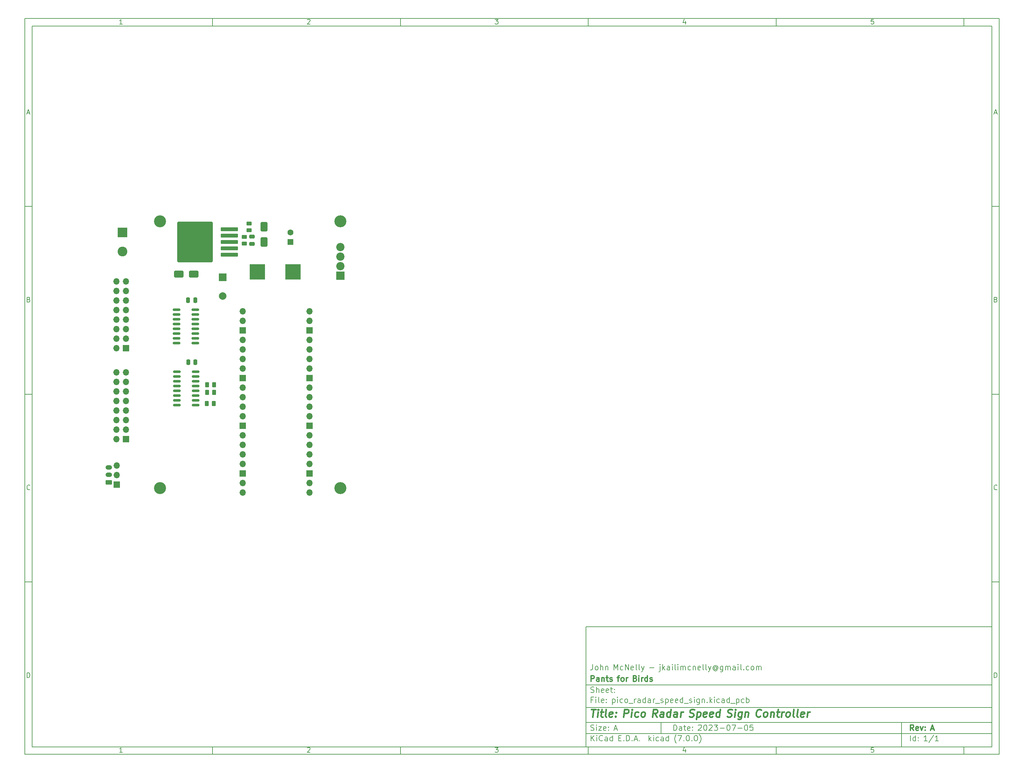
<source format=gbr>
%TF.GenerationSoftware,KiCad,Pcbnew,(7.0.0)*%
%TF.CreationDate,2023-07-05T22:29:38-07:00*%
%TF.ProjectId,pico_radar_speed_sign,7069636f-5f72-4616-9461-725f73706565,A*%
%TF.SameCoordinates,Original*%
%TF.FileFunction,Soldermask,Top*%
%TF.FilePolarity,Negative*%
%FSLAX46Y46*%
G04 Gerber Fmt 4.6, Leading zero omitted, Abs format (unit mm)*
G04 Created by KiCad (PCBNEW (7.0.0)) date 2023-07-05 22:29:38*
%MOMM*%
%LPD*%
G01*
G04 APERTURE LIST*
G04 Aperture macros list*
%AMRoundRect*
0 Rectangle with rounded corners*
0 $1 Rounding radius*
0 $2 $3 $4 $5 $6 $7 $8 $9 X,Y pos of 4 corners*
0 Add a 4 corners polygon primitive as box body*
4,1,4,$2,$3,$4,$5,$6,$7,$8,$9,$2,$3,0*
0 Add four circle primitives for the rounded corners*
1,1,$1+$1,$2,$3*
1,1,$1+$1,$4,$5*
1,1,$1+$1,$6,$7*
1,1,$1+$1,$8,$9*
0 Add four rect primitives between the rounded corners*
20,1,$1+$1,$2,$3,$4,$5,0*
20,1,$1+$1,$4,$5,$6,$7,0*
20,1,$1+$1,$6,$7,$8,$9,0*
20,1,$1+$1,$8,$9,$2,$3,0*%
G04 Aperture macros list end*
%ADD10C,0.100000*%
%ADD11C,0.150000*%
%ADD12C,0.300000*%
%ADD13C,0.400000*%
%ADD14R,1.700000X1.700000*%
%ADD15O,1.700000X1.700000*%
%ADD16RoundRect,0.250000X0.625000X-0.350000X0.625000X0.350000X-0.625000X0.350000X-0.625000X-0.350000X0*%
%ADD17O,1.750000X1.200000*%
%ADD18RoundRect,0.250000X0.475000X-0.250000X0.475000X0.250000X-0.475000X0.250000X-0.475000X-0.250000X0*%
%ADD19R,2.200000X2.200000*%
%ADD20C,2.200000*%
%ADD21C,3.200000*%
%ADD22RoundRect,0.150000X-0.825000X-0.150000X0.825000X-0.150000X0.825000X0.150000X-0.825000X0.150000X0*%
%ADD23RoundRect,0.250000X0.450000X-0.262500X0.450000X0.262500X-0.450000X0.262500X-0.450000X-0.262500X0*%
%ADD24RoundRect,0.250000X2.050000X0.300000X-2.050000X0.300000X-2.050000X-0.300000X2.050000X-0.300000X0*%
%ADD25RoundRect,0.250002X4.449998X5.149998X-4.449998X5.149998X-4.449998X-5.149998X4.449998X-5.149998X0*%
%ADD26RoundRect,0.250000X0.262500X0.450000X-0.262500X0.450000X-0.262500X-0.450000X0.262500X-0.450000X0*%
%ADD27RoundRect,0.250000X-0.262500X-0.450000X0.262500X-0.450000X0.262500X0.450000X-0.262500X0.450000X0*%
%ADD28R,4.100000X4.100000*%
%ADD29R,2.600000X2.600000*%
%ADD30C,2.600000*%
%ADD31RoundRect,0.250000X0.650000X-1.000000X0.650000X1.000000X-0.650000X1.000000X-0.650000X-1.000000X0*%
%ADD32RoundRect,0.250000X1.000000X0.650000X-1.000000X0.650000X-1.000000X-0.650000X1.000000X-0.650000X0*%
%ADD33R,1.600000X1.600000*%
%ADD34C,1.600000*%
%ADD35R,2.000000X2.000000*%
%ADD36C,2.000000*%
%ADD37RoundRect,0.250000X0.250000X0.475000X-0.250000X0.475000X-0.250000X-0.475000X0.250000X-0.475000X0*%
G04 APERTURE END LIST*
D10*
D11*
X159400000Y-171900000D02*
X267400000Y-171900000D01*
X267400000Y-203900000D01*
X159400000Y-203900000D01*
X159400000Y-171900000D01*
D10*
D11*
X10000000Y-10000000D02*
X269400000Y-10000000D01*
X269400000Y-205900000D01*
X10000000Y-205900000D01*
X10000000Y-10000000D01*
D10*
D11*
X12000000Y-12000000D02*
X267400000Y-12000000D01*
X267400000Y-203900000D01*
X12000000Y-203900000D01*
X12000000Y-12000000D01*
D10*
D11*
X60000000Y-12000000D02*
X60000000Y-10000000D01*
D10*
D11*
X110000000Y-12000000D02*
X110000000Y-10000000D01*
D10*
D11*
X160000000Y-12000000D02*
X160000000Y-10000000D01*
D10*
D11*
X210000000Y-12000000D02*
X210000000Y-10000000D01*
D10*
D11*
X260000000Y-12000000D02*
X260000000Y-10000000D01*
D10*
D11*
X35990476Y-11477595D02*
X35247619Y-11477595D01*
X35619047Y-11477595D02*
X35619047Y-10177595D01*
X35619047Y-10177595D02*
X35495238Y-10363309D01*
X35495238Y-10363309D02*
X35371428Y-10487119D01*
X35371428Y-10487119D02*
X35247619Y-10549023D01*
D10*
D11*
X85247619Y-10301404D02*
X85309523Y-10239500D01*
X85309523Y-10239500D02*
X85433333Y-10177595D01*
X85433333Y-10177595D02*
X85742857Y-10177595D01*
X85742857Y-10177595D02*
X85866666Y-10239500D01*
X85866666Y-10239500D02*
X85928571Y-10301404D01*
X85928571Y-10301404D02*
X85990476Y-10425214D01*
X85990476Y-10425214D02*
X85990476Y-10549023D01*
X85990476Y-10549023D02*
X85928571Y-10734738D01*
X85928571Y-10734738D02*
X85185714Y-11477595D01*
X85185714Y-11477595D02*
X85990476Y-11477595D01*
D10*
D11*
X135185714Y-10177595D02*
X135990476Y-10177595D01*
X135990476Y-10177595D02*
X135557142Y-10672833D01*
X135557142Y-10672833D02*
X135742857Y-10672833D01*
X135742857Y-10672833D02*
X135866666Y-10734738D01*
X135866666Y-10734738D02*
X135928571Y-10796642D01*
X135928571Y-10796642D02*
X135990476Y-10920452D01*
X135990476Y-10920452D02*
X135990476Y-11229976D01*
X135990476Y-11229976D02*
X135928571Y-11353785D01*
X135928571Y-11353785D02*
X135866666Y-11415690D01*
X135866666Y-11415690D02*
X135742857Y-11477595D01*
X135742857Y-11477595D02*
X135371428Y-11477595D01*
X135371428Y-11477595D02*
X135247619Y-11415690D01*
X135247619Y-11415690D02*
X135185714Y-11353785D01*
D10*
D11*
X185866666Y-10610928D02*
X185866666Y-11477595D01*
X185557142Y-10115690D02*
X185247619Y-11044261D01*
X185247619Y-11044261D02*
X186052380Y-11044261D01*
D10*
D11*
X235928571Y-10177595D02*
X235309523Y-10177595D01*
X235309523Y-10177595D02*
X235247619Y-10796642D01*
X235247619Y-10796642D02*
X235309523Y-10734738D01*
X235309523Y-10734738D02*
X235433333Y-10672833D01*
X235433333Y-10672833D02*
X235742857Y-10672833D01*
X235742857Y-10672833D02*
X235866666Y-10734738D01*
X235866666Y-10734738D02*
X235928571Y-10796642D01*
X235928571Y-10796642D02*
X235990476Y-10920452D01*
X235990476Y-10920452D02*
X235990476Y-11229976D01*
X235990476Y-11229976D02*
X235928571Y-11353785D01*
X235928571Y-11353785D02*
X235866666Y-11415690D01*
X235866666Y-11415690D02*
X235742857Y-11477595D01*
X235742857Y-11477595D02*
X235433333Y-11477595D01*
X235433333Y-11477595D02*
X235309523Y-11415690D01*
X235309523Y-11415690D02*
X235247619Y-11353785D01*
D10*
D11*
X60000000Y-203900000D02*
X60000000Y-205900000D01*
D10*
D11*
X110000000Y-203900000D02*
X110000000Y-205900000D01*
D10*
D11*
X160000000Y-203900000D02*
X160000000Y-205900000D01*
D10*
D11*
X210000000Y-203900000D02*
X210000000Y-205900000D01*
D10*
D11*
X260000000Y-203900000D02*
X260000000Y-205900000D01*
D10*
D11*
X35990476Y-205377595D02*
X35247619Y-205377595D01*
X35619047Y-205377595D02*
X35619047Y-204077595D01*
X35619047Y-204077595D02*
X35495238Y-204263309D01*
X35495238Y-204263309D02*
X35371428Y-204387119D01*
X35371428Y-204387119D02*
X35247619Y-204449023D01*
D10*
D11*
X85247619Y-204201404D02*
X85309523Y-204139500D01*
X85309523Y-204139500D02*
X85433333Y-204077595D01*
X85433333Y-204077595D02*
X85742857Y-204077595D01*
X85742857Y-204077595D02*
X85866666Y-204139500D01*
X85866666Y-204139500D02*
X85928571Y-204201404D01*
X85928571Y-204201404D02*
X85990476Y-204325214D01*
X85990476Y-204325214D02*
X85990476Y-204449023D01*
X85990476Y-204449023D02*
X85928571Y-204634738D01*
X85928571Y-204634738D02*
X85185714Y-205377595D01*
X85185714Y-205377595D02*
X85990476Y-205377595D01*
D10*
D11*
X135185714Y-204077595D02*
X135990476Y-204077595D01*
X135990476Y-204077595D02*
X135557142Y-204572833D01*
X135557142Y-204572833D02*
X135742857Y-204572833D01*
X135742857Y-204572833D02*
X135866666Y-204634738D01*
X135866666Y-204634738D02*
X135928571Y-204696642D01*
X135928571Y-204696642D02*
X135990476Y-204820452D01*
X135990476Y-204820452D02*
X135990476Y-205129976D01*
X135990476Y-205129976D02*
X135928571Y-205253785D01*
X135928571Y-205253785D02*
X135866666Y-205315690D01*
X135866666Y-205315690D02*
X135742857Y-205377595D01*
X135742857Y-205377595D02*
X135371428Y-205377595D01*
X135371428Y-205377595D02*
X135247619Y-205315690D01*
X135247619Y-205315690D02*
X135185714Y-205253785D01*
D10*
D11*
X185866666Y-204510928D02*
X185866666Y-205377595D01*
X185557142Y-204015690D02*
X185247619Y-204944261D01*
X185247619Y-204944261D02*
X186052380Y-204944261D01*
D10*
D11*
X235928571Y-204077595D02*
X235309523Y-204077595D01*
X235309523Y-204077595D02*
X235247619Y-204696642D01*
X235247619Y-204696642D02*
X235309523Y-204634738D01*
X235309523Y-204634738D02*
X235433333Y-204572833D01*
X235433333Y-204572833D02*
X235742857Y-204572833D01*
X235742857Y-204572833D02*
X235866666Y-204634738D01*
X235866666Y-204634738D02*
X235928571Y-204696642D01*
X235928571Y-204696642D02*
X235990476Y-204820452D01*
X235990476Y-204820452D02*
X235990476Y-205129976D01*
X235990476Y-205129976D02*
X235928571Y-205253785D01*
X235928571Y-205253785D02*
X235866666Y-205315690D01*
X235866666Y-205315690D02*
X235742857Y-205377595D01*
X235742857Y-205377595D02*
X235433333Y-205377595D01*
X235433333Y-205377595D02*
X235309523Y-205315690D01*
X235309523Y-205315690D02*
X235247619Y-205253785D01*
D10*
D11*
X10000000Y-60000000D02*
X12000000Y-60000000D01*
D10*
D11*
X10000000Y-110000000D02*
X12000000Y-110000000D01*
D10*
D11*
X10000000Y-160000000D02*
X12000000Y-160000000D01*
D10*
D11*
X10690476Y-35106166D02*
X11309523Y-35106166D01*
X10566666Y-35477595D02*
X10999999Y-34177595D01*
X10999999Y-34177595D02*
X11433333Y-35477595D01*
D10*
D11*
X11092857Y-84796642D02*
X11278571Y-84858547D01*
X11278571Y-84858547D02*
X11340476Y-84920452D01*
X11340476Y-84920452D02*
X11402380Y-85044261D01*
X11402380Y-85044261D02*
X11402380Y-85229976D01*
X11402380Y-85229976D02*
X11340476Y-85353785D01*
X11340476Y-85353785D02*
X11278571Y-85415690D01*
X11278571Y-85415690D02*
X11154761Y-85477595D01*
X11154761Y-85477595D02*
X10659523Y-85477595D01*
X10659523Y-85477595D02*
X10659523Y-84177595D01*
X10659523Y-84177595D02*
X11092857Y-84177595D01*
X11092857Y-84177595D02*
X11216666Y-84239500D01*
X11216666Y-84239500D02*
X11278571Y-84301404D01*
X11278571Y-84301404D02*
X11340476Y-84425214D01*
X11340476Y-84425214D02*
X11340476Y-84549023D01*
X11340476Y-84549023D02*
X11278571Y-84672833D01*
X11278571Y-84672833D02*
X11216666Y-84734738D01*
X11216666Y-84734738D02*
X11092857Y-84796642D01*
X11092857Y-84796642D02*
X10659523Y-84796642D01*
D10*
D11*
X11402380Y-135353785D02*
X11340476Y-135415690D01*
X11340476Y-135415690D02*
X11154761Y-135477595D01*
X11154761Y-135477595D02*
X11030952Y-135477595D01*
X11030952Y-135477595D02*
X10845238Y-135415690D01*
X10845238Y-135415690D02*
X10721428Y-135291880D01*
X10721428Y-135291880D02*
X10659523Y-135168071D01*
X10659523Y-135168071D02*
X10597619Y-134920452D01*
X10597619Y-134920452D02*
X10597619Y-134734738D01*
X10597619Y-134734738D02*
X10659523Y-134487119D01*
X10659523Y-134487119D02*
X10721428Y-134363309D01*
X10721428Y-134363309D02*
X10845238Y-134239500D01*
X10845238Y-134239500D02*
X11030952Y-134177595D01*
X11030952Y-134177595D02*
X11154761Y-134177595D01*
X11154761Y-134177595D02*
X11340476Y-134239500D01*
X11340476Y-134239500D02*
X11402380Y-134301404D01*
D10*
D11*
X10659523Y-185477595D02*
X10659523Y-184177595D01*
X10659523Y-184177595D02*
X10969047Y-184177595D01*
X10969047Y-184177595D02*
X11154761Y-184239500D01*
X11154761Y-184239500D02*
X11278571Y-184363309D01*
X11278571Y-184363309D02*
X11340476Y-184487119D01*
X11340476Y-184487119D02*
X11402380Y-184734738D01*
X11402380Y-184734738D02*
X11402380Y-184920452D01*
X11402380Y-184920452D02*
X11340476Y-185168071D01*
X11340476Y-185168071D02*
X11278571Y-185291880D01*
X11278571Y-185291880D02*
X11154761Y-185415690D01*
X11154761Y-185415690D02*
X10969047Y-185477595D01*
X10969047Y-185477595D02*
X10659523Y-185477595D01*
D10*
D11*
X269400000Y-60000000D02*
X267400000Y-60000000D01*
D10*
D11*
X269400000Y-110000000D02*
X267400000Y-110000000D01*
D10*
D11*
X269400000Y-160000000D02*
X267400000Y-160000000D01*
D10*
D11*
X268090476Y-35106166D02*
X268709523Y-35106166D01*
X267966666Y-35477595D02*
X268399999Y-34177595D01*
X268399999Y-34177595D02*
X268833333Y-35477595D01*
D10*
D11*
X268492857Y-84796642D02*
X268678571Y-84858547D01*
X268678571Y-84858547D02*
X268740476Y-84920452D01*
X268740476Y-84920452D02*
X268802380Y-85044261D01*
X268802380Y-85044261D02*
X268802380Y-85229976D01*
X268802380Y-85229976D02*
X268740476Y-85353785D01*
X268740476Y-85353785D02*
X268678571Y-85415690D01*
X268678571Y-85415690D02*
X268554761Y-85477595D01*
X268554761Y-85477595D02*
X268059523Y-85477595D01*
X268059523Y-85477595D02*
X268059523Y-84177595D01*
X268059523Y-84177595D02*
X268492857Y-84177595D01*
X268492857Y-84177595D02*
X268616666Y-84239500D01*
X268616666Y-84239500D02*
X268678571Y-84301404D01*
X268678571Y-84301404D02*
X268740476Y-84425214D01*
X268740476Y-84425214D02*
X268740476Y-84549023D01*
X268740476Y-84549023D02*
X268678571Y-84672833D01*
X268678571Y-84672833D02*
X268616666Y-84734738D01*
X268616666Y-84734738D02*
X268492857Y-84796642D01*
X268492857Y-84796642D02*
X268059523Y-84796642D01*
D10*
D11*
X268802380Y-135353785D02*
X268740476Y-135415690D01*
X268740476Y-135415690D02*
X268554761Y-135477595D01*
X268554761Y-135477595D02*
X268430952Y-135477595D01*
X268430952Y-135477595D02*
X268245238Y-135415690D01*
X268245238Y-135415690D02*
X268121428Y-135291880D01*
X268121428Y-135291880D02*
X268059523Y-135168071D01*
X268059523Y-135168071D02*
X267997619Y-134920452D01*
X267997619Y-134920452D02*
X267997619Y-134734738D01*
X267997619Y-134734738D02*
X268059523Y-134487119D01*
X268059523Y-134487119D02*
X268121428Y-134363309D01*
X268121428Y-134363309D02*
X268245238Y-134239500D01*
X268245238Y-134239500D02*
X268430952Y-134177595D01*
X268430952Y-134177595D02*
X268554761Y-134177595D01*
X268554761Y-134177595D02*
X268740476Y-134239500D01*
X268740476Y-134239500D02*
X268802380Y-134301404D01*
D10*
D11*
X268059523Y-185477595D02*
X268059523Y-184177595D01*
X268059523Y-184177595D02*
X268369047Y-184177595D01*
X268369047Y-184177595D02*
X268554761Y-184239500D01*
X268554761Y-184239500D02*
X268678571Y-184363309D01*
X268678571Y-184363309D02*
X268740476Y-184487119D01*
X268740476Y-184487119D02*
X268802380Y-184734738D01*
X268802380Y-184734738D02*
X268802380Y-184920452D01*
X268802380Y-184920452D02*
X268740476Y-185168071D01*
X268740476Y-185168071D02*
X268678571Y-185291880D01*
X268678571Y-185291880D02*
X268554761Y-185415690D01*
X268554761Y-185415690D02*
X268369047Y-185477595D01*
X268369047Y-185477595D02*
X268059523Y-185477595D01*
D10*
D11*
X182757142Y-199551071D02*
X182757142Y-198051071D01*
X182757142Y-198051071D02*
X183114285Y-198051071D01*
X183114285Y-198051071D02*
X183328571Y-198122500D01*
X183328571Y-198122500D02*
X183471428Y-198265357D01*
X183471428Y-198265357D02*
X183542857Y-198408214D01*
X183542857Y-198408214D02*
X183614285Y-198693928D01*
X183614285Y-198693928D02*
X183614285Y-198908214D01*
X183614285Y-198908214D02*
X183542857Y-199193928D01*
X183542857Y-199193928D02*
X183471428Y-199336785D01*
X183471428Y-199336785D02*
X183328571Y-199479642D01*
X183328571Y-199479642D02*
X183114285Y-199551071D01*
X183114285Y-199551071D02*
X182757142Y-199551071D01*
X184900000Y-199551071D02*
X184900000Y-198765357D01*
X184900000Y-198765357D02*
X184828571Y-198622500D01*
X184828571Y-198622500D02*
X184685714Y-198551071D01*
X184685714Y-198551071D02*
X184400000Y-198551071D01*
X184400000Y-198551071D02*
X184257142Y-198622500D01*
X184900000Y-199479642D02*
X184757142Y-199551071D01*
X184757142Y-199551071D02*
X184400000Y-199551071D01*
X184400000Y-199551071D02*
X184257142Y-199479642D01*
X184257142Y-199479642D02*
X184185714Y-199336785D01*
X184185714Y-199336785D02*
X184185714Y-199193928D01*
X184185714Y-199193928D02*
X184257142Y-199051071D01*
X184257142Y-199051071D02*
X184400000Y-198979642D01*
X184400000Y-198979642D02*
X184757142Y-198979642D01*
X184757142Y-198979642D02*
X184900000Y-198908214D01*
X185400000Y-198551071D02*
X185971428Y-198551071D01*
X185614285Y-198051071D02*
X185614285Y-199336785D01*
X185614285Y-199336785D02*
X185685714Y-199479642D01*
X185685714Y-199479642D02*
X185828571Y-199551071D01*
X185828571Y-199551071D02*
X185971428Y-199551071D01*
X187042857Y-199479642D02*
X186900000Y-199551071D01*
X186900000Y-199551071D02*
X186614286Y-199551071D01*
X186614286Y-199551071D02*
X186471428Y-199479642D01*
X186471428Y-199479642D02*
X186400000Y-199336785D01*
X186400000Y-199336785D02*
X186400000Y-198765357D01*
X186400000Y-198765357D02*
X186471428Y-198622500D01*
X186471428Y-198622500D02*
X186614286Y-198551071D01*
X186614286Y-198551071D02*
X186900000Y-198551071D01*
X186900000Y-198551071D02*
X187042857Y-198622500D01*
X187042857Y-198622500D02*
X187114286Y-198765357D01*
X187114286Y-198765357D02*
X187114286Y-198908214D01*
X187114286Y-198908214D02*
X186400000Y-199051071D01*
X187757142Y-199408214D02*
X187828571Y-199479642D01*
X187828571Y-199479642D02*
X187757142Y-199551071D01*
X187757142Y-199551071D02*
X187685714Y-199479642D01*
X187685714Y-199479642D02*
X187757142Y-199408214D01*
X187757142Y-199408214D02*
X187757142Y-199551071D01*
X187757142Y-198622500D02*
X187828571Y-198693928D01*
X187828571Y-198693928D02*
X187757142Y-198765357D01*
X187757142Y-198765357D02*
X187685714Y-198693928D01*
X187685714Y-198693928D02*
X187757142Y-198622500D01*
X187757142Y-198622500D02*
X187757142Y-198765357D01*
X189300000Y-198193928D02*
X189371428Y-198122500D01*
X189371428Y-198122500D02*
X189514286Y-198051071D01*
X189514286Y-198051071D02*
X189871428Y-198051071D01*
X189871428Y-198051071D02*
X190014286Y-198122500D01*
X190014286Y-198122500D02*
X190085714Y-198193928D01*
X190085714Y-198193928D02*
X190157143Y-198336785D01*
X190157143Y-198336785D02*
X190157143Y-198479642D01*
X190157143Y-198479642D02*
X190085714Y-198693928D01*
X190085714Y-198693928D02*
X189228571Y-199551071D01*
X189228571Y-199551071D02*
X190157143Y-199551071D01*
X191085714Y-198051071D02*
X191228571Y-198051071D01*
X191228571Y-198051071D02*
X191371428Y-198122500D01*
X191371428Y-198122500D02*
X191442857Y-198193928D01*
X191442857Y-198193928D02*
X191514285Y-198336785D01*
X191514285Y-198336785D02*
X191585714Y-198622500D01*
X191585714Y-198622500D02*
X191585714Y-198979642D01*
X191585714Y-198979642D02*
X191514285Y-199265357D01*
X191514285Y-199265357D02*
X191442857Y-199408214D01*
X191442857Y-199408214D02*
X191371428Y-199479642D01*
X191371428Y-199479642D02*
X191228571Y-199551071D01*
X191228571Y-199551071D02*
X191085714Y-199551071D01*
X191085714Y-199551071D02*
X190942857Y-199479642D01*
X190942857Y-199479642D02*
X190871428Y-199408214D01*
X190871428Y-199408214D02*
X190799999Y-199265357D01*
X190799999Y-199265357D02*
X190728571Y-198979642D01*
X190728571Y-198979642D02*
X190728571Y-198622500D01*
X190728571Y-198622500D02*
X190799999Y-198336785D01*
X190799999Y-198336785D02*
X190871428Y-198193928D01*
X190871428Y-198193928D02*
X190942857Y-198122500D01*
X190942857Y-198122500D02*
X191085714Y-198051071D01*
X192157142Y-198193928D02*
X192228570Y-198122500D01*
X192228570Y-198122500D02*
X192371428Y-198051071D01*
X192371428Y-198051071D02*
X192728570Y-198051071D01*
X192728570Y-198051071D02*
X192871428Y-198122500D01*
X192871428Y-198122500D02*
X192942856Y-198193928D01*
X192942856Y-198193928D02*
X193014285Y-198336785D01*
X193014285Y-198336785D02*
X193014285Y-198479642D01*
X193014285Y-198479642D02*
X192942856Y-198693928D01*
X192942856Y-198693928D02*
X192085713Y-199551071D01*
X192085713Y-199551071D02*
X193014285Y-199551071D01*
X193514284Y-198051071D02*
X194442856Y-198051071D01*
X194442856Y-198051071D02*
X193942856Y-198622500D01*
X193942856Y-198622500D02*
X194157141Y-198622500D01*
X194157141Y-198622500D02*
X194299999Y-198693928D01*
X194299999Y-198693928D02*
X194371427Y-198765357D01*
X194371427Y-198765357D02*
X194442856Y-198908214D01*
X194442856Y-198908214D02*
X194442856Y-199265357D01*
X194442856Y-199265357D02*
X194371427Y-199408214D01*
X194371427Y-199408214D02*
X194299999Y-199479642D01*
X194299999Y-199479642D02*
X194157141Y-199551071D01*
X194157141Y-199551071D02*
X193728570Y-199551071D01*
X193728570Y-199551071D02*
X193585713Y-199479642D01*
X193585713Y-199479642D02*
X193514284Y-199408214D01*
X195085712Y-198979642D02*
X196228570Y-198979642D01*
X197228570Y-198051071D02*
X197371427Y-198051071D01*
X197371427Y-198051071D02*
X197514284Y-198122500D01*
X197514284Y-198122500D02*
X197585713Y-198193928D01*
X197585713Y-198193928D02*
X197657141Y-198336785D01*
X197657141Y-198336785D02*
X197728570Y-198622500D01*
X197728570Y-198622500D02*
X197728570Y-198979642D01*
X197728570Y-198979642D02*
X197657141Y-199265357D01*
X197657141Y-199265357D02*
X197585713Y-199408214D01*
X197585713Y-199408214D02*
X197514284Y-199479642D01*
X197514284Y-199479642D02*
X197371427Y-199551071D01*
X197371427Y-199551071D02*
X197228570Y-199551071D01*
X197228570Y-199551071D02*
X197085713Y-199479642D01*
X197085713Y-199479642D02*
X197014284Y-199408214D01*
X197014284Y-199408214D02*
X196942855Y-199265357D01*
X196942855Y-199265357D02*
X196871427Y-198979642D01*
X196871427Y-198979642D02*
X196871427Y-198622500D01*
X196871427Y-198622500D02*
X196942855Y-198336785D01*
X196942855Y-198336785D02*
X197014284Y-198193928D01*
X197014284Y-198193928D02*
X197085713Y-198122500D01*
X197085713Y-198122500D02*
X197228570Y-198051071D01*
X198228569Y-198051071D02*
X199228569Y-198051071D01*
X199228569Y-198051071D02*
X198585712Y-199551071D01*
X199799997Y-198979642D02*
X200942855Y-198979642D01*
X201942855Y-198051071D02*
X202085712Y-198051071D01*
X202085712Y-198051071D02*
X202228569Y-198122500D01*
X202228569Y-198122500D02*
X202299998Y-198193928D01*
X202299998Y-198193928D02*
X202371426Y-198336785D01*
X202371426Y-198336785D02*
X202442855Y-198622500D01*
X202442855Y-198622500D02*
X202442855Y-198979642D01*
X202442855Y-198979642D02*
X202371426Y-199265357D01*
X202371426Y-199265357D02*
X202299998Y-199408214D01*
X202299998Y-199408214D02*
X202228569Y-199479642D01*
X202228569Y-199479642D02*
X202085712Y-199551071D01*
X202085712Y-199551071D02*
X201942855Y-199551071D01*
X201942855Y-199551071D02*
X201799998Y-199479642D01*
X201799998Y-199479642D02*
X201728569Y-199408214D01*
X201728569Y-199408214D02*
X201657140Y-199265357D01*
X201657140Y-199265357D02*
X201585712Y-198979642D01*
X201585712Y-198979642D02*
X201585712Y-198622500D01*
X201585712Y-198622500D02*
X201657140Y-198336785D01*
X201657140Y-198336785D02*
X201728569Y-198193928D01*
X201728569Y-198193928D02*
X201799998Y-198122500D01*
X201799998Y-198122500D02*
X201942855Y-198051071D01*
X203799997Y-198051071D02*
X203085711Y-198051071D01*
X203085711Y-198051071D02*
X203014283Y-198765357D01*
X203014283Y-198765357D02*
X203085711Y-198693928D01*
X203085711Y-198693928D02*
X203228569Y-198622500D01*
X203228569Y-198622500D02*
X203585711Y-198622500D01*
X203585711Y-198622500D02*
X203728569Y-198693928D01*
X203728569Y-198693928D02*
X203799997Y-198765357D01*
X203799997Y-198765357D02*
X203871426Y-198908214D01*
X203871426Y-198908214D02*
X203871426Y-199265357D01*
X203871426Y-199265357D02*
X203799997Y-199408214D01*
X203799997Y-199408214D02*
X203728569Y-199479642D01*
X203728569Y-199479642D02*
X203585711Y-199551071D01*
X203585711Y-199551071D02*
X203228569Y-199551071D01*
X203228569Y-199551071D02*
X203085711Y-199479642D01*
X203085711Y-199479642D02*
X203014283Y-199408214D01*
D10*
D11*
X159400000Y-200400000D02*
X267400000Y-200400000D01*
D10*
D11*
X160757142Y-202351071D02*
X160757142Y-200851071D01*
X161614285Y-202351071D02*
X160971428Y-201493928D01*
X161614285Y-200851071D02*
X160757142Y-201708214D01*
X162257142Y-202351071D02*
X162257142Y-201351071D01*
X162257142Y-200851071D02*
X162185714Y-200922500D01*
X162185714Y-200922500D02*
X162257142Y-200993928D01*
X162257142Y-200993928D02*
X162328571Y-200922500D01*
X162328571Y-200922500D02*
X162257142Y-200851071D01*
X162257142Y-200851071D02*
X162257142Y-200993928D01*
X163828571Y-202208214D02*
X163757143Y-202279642D01*
X163757143Y-202279642D02*
X163542857Y-202351071D01*
X163542857Y-202351071D02*
X163400000Y-202351071D01*
X163400000Y-202351071D02*
X163185714Y-202279642D01*
X163185714Y-202279642D02*
X163042857Y-202136785D01*
X163042857Y-202136785D02*
X162971428Y-201993928D01*
X162971428Y-201993928D02*
X162900000Y-201708214D01*
X162900000Y-201708214D02*
X162900000Y-201493928D01*
X162900000Y-201493928D02*
X162971428Y-201208214D01*
X162971428Y-201208214D02*
X163042857Y-201065357D01*
X163042857Y-201065357D02*
X163185714Y-200922500D01*
X163185714Y-200922500D02*
X163400000Y-200851071D01*
X163400000Y-200851071D02*
X163542857Y-200851071D01*
X163542857Y-200851071D02*
X163757143Y-200922500D01*
X163757143Y-200922500D02*
X163828571Y-200993928D01*
X165114286Y-202351071D02*
X165114286Y-201565357D01*
X165114286Y-201565357D02*
X165042857Y-201422500D01*
X165042857Y-201422500D02*
X164900000Y-201351071D01*
X164900000Y-201351071D02*
X164614286Y-201351071D01*
X164614286Y-201351071D02*
X164471428Y-201422500D01*
X165114286Y-202279642D02*
X164971428Y-202351071D01*
X164971428Y-202351071D02*
X164614286Y-202351071D01*
X164614286Y-202351071D02*
X164471428Y-202279642D01*
X164471428Y-202279642D02*
X164400000Y-202136785D01*
X164400000Y-202136785D02*
X164400000Y-201993928D01*
X164400000Y-201993928D02*
X164471428Y-201851071D01*
X164471428Y-201851071D02*
X164614286Y-201779642D01*
X164614286Y-201779642D02*
X164971428Y-201779642D01*
X164971428Y-201779642D02*
X165114286Y-201708214D01*
X166471429Y-202351071D02*
X166471429Y-200851071D01*
X166471429Y-202279642D02*
X166328571Y-202351071D01*
X166328571Y-202351071D02*
X166042857Y-202351071D01*
X166042857Y-202351071D02*
X165900000Y-202279642D01*
X165900000Y-202279642D02*
X165828571Y-202208214D01*
X165828571Y-202208214D02*
X165757143Y-202065357D01*
X165757143Y-202065357D02*
X165757143Y-201636785D01*
X165757143Y-201636785D02*
X165828571Y-201493928D01*
X165828571Y-201493928D02*
X165900000Y-201422500D01*
X165900000Y-201422500D02*
X166042857Y-201351071D01*
X166042857Y-201351071D02*
X166328571Y-201351071D01*
X166328571Y-201351071D02*
X166471429Y-201422500D01*
X168085714Y-201565357D02*
X168585714Y-201565357D01*
X168800000Y-202351071D02*
X168085714Y-202351071D01*
X168085714Y-202351071D02*
X168085714Y-200851071D01*
X168085714Y-200851071D02*
X168800000Y-200851071D01*
X169442857Y-202208214D02*
X169514286Y-202279642D01*
X169514286Y-202279642D02*
X169442857Y-202351071D01*
X169442857Y-202351071D02*
X169371429Y-202279642D01*
X169371429Y-202279642D02*
X169442857Y-202208214D01*
X169442857Y-202208214D02*
X169442857Y-202351071D01*
X170157143Y-202351071D02*
X170157143Y-200851071D01*
X170157143Y-200851071D02*
X170514286Y-200851071D01*
X170514286Y-200851071D02*
X170728572Y-200922500D01*
X170728572Y-200922500D02*
X170871429Y-201065357D01*
X170871429Y-201065357D02*
X170942858Y-201208214D01*
X170942858Y-201208214D02*
X171014286Y-201493928D01*
X171014286Y-201493928D02*
X171014286Y-201708214D01*
X171014286Y-201708214D02*
X170942858Y-201993928D01*
X170942858Y-201993928D02*
X170871429Y-202136785D01*
X170871429Y-202136785D02*
X170728572Y-202279642D01*
X170728572Y-202279642D02*
X170514286Y-202351071D01*
X170514286Y-202351071D02*
X170157143Y-202351071D01*
X171657143Y-202208214D02*
X171728572Y-202279642D01*
X171728572Y-202279642D02*
X171657143Y-202351071D01*
X171657143Y-202351071D02*
X171585715Y-202279642D01*
X171585715Y-202279642D02*
X171657143Y-202208214D01*
X171657143Y-202208214D02*
X171657143Y-202351071D01*
X172300001Y-201922500D02*
X173014287Y-201922500D01*
X172157144Y-202351071D02*
X172657144Y-200851071D01*
X172657144Y-200851071D02*
X173157144Y-202351071D01*
X173657143Y-202208214D02*
X173728572Y-202279642D01*
X173728572Y-202279642D02*
X173657143Y-202351071D01*
X173657143Y-202351071D02*
X173585715Y-202279642D01*
X173585715Y-202279642D02*
X173657143Y-202208214D01*
X173657143Y-202208214D02*
X173657143Y-202351071D01*
X176171429Y-202351071D02*
X176171429Y-200851071D01*
X176314287Y-201779642D02*
X176742858Y-202351071D01*
X176742858Y-201351071D02*
X176171429Y-201922500D01*
X177385715Y-202351071D02*
X177385715Y-201351071D01*
X177385715Y-200851071D02*
X177314287Y-200922500D01*
X177314287Y-200922500D02*
X177385715Y-200993928D01*
X177385715Y-200993928D02*
X177457144Y-200922500D01*
X177457144Y-200922500D02*
X177385715Y-200851071D01*
X177385715Y-200851071D02*
X177385715Y-200993928D01*
X178742859Y-202279642D02*
X178600001Y-202351071D01*
X178600001Y-202351071D02*
X178314287Y-202351071D01*
X178314287Y-202351071D02*
X178171430Y-202279642D01*
X178171430Y-202279642D02*
X178100001Y-202208214D01*
X178100001Y-202208214D02*
X178028573Y-202065357D01*
X178028573Y-202065357D02*
X178028573Y-201636785D01*
X178028573Y-201636785D02*
X178100001Y-201493928D01*
X178100001Y-201493928D02*
X178171430Y-201422500D01*
X178171430Y-201422500D02*
X178314287Y-201351071D01*
X178314287Y-201351071D02*
X178600001Y-201351071D01*
X178600001Y-201351071D02*
X178742859Y-201422500D01*
X180028573Y-202351071D02*
X180028573Y-201565357D01*
X180028573Y-201565357D02*
X179957144Y-201422500D01*
X179957144Y-201422500D02*
X179814287Y-201351071D01*
X179814287Y-201351071D02*
X179528573Y-201351071D01*
X179528573Y-201351071D02*
X179385715Y-201422500D01*
X180028573Y-202279642D02*
X179885715Y-202351071D01*
X179885715Y-202351071D02*
X179528573Y-202351071D01*
X179528573Y-202351071D02*
X179385715Y-202279642D01*
X179385715Y-202279642D02*
X179314287Y-202136785D01*
X179314287Y-202136785D02*
X179314287Y-201993928D01*
X179314287Y-201993928D02*
X179385715Y-201851071D01*
X179385715Y-201851071D02*
X179528573Y-201779642D01*
X179528573Y-201779642D02*
X179885715Y-201779642D01*
X179885715Y-201779642D02*
X180028573Y-201708214D01*
X181385716Y-202351071D02*
X181385716Y-200851071D01*
X181385716Y-202279642D02*
X181242858Y-202351071D01*
X181242858Y-202351071D02*
X180957144Y-202351071D01*
X180957144Y-202351071D02*
X180814287Y-202279642D01*
X180814287Y-202279642D02*
X180742858Y-202208214D01*
X180742858Y-202208214D02*
X180671430Y-202065357D01*
X180671430Y-202065357D02*
X180671430Y-201636785D01*
X180671430Y-201636785D02*
X180742858Y-201493928D01*
X180742858Y-201493928D02*
X180814287Y-201422500D01*
X180814287Y-201422500D02*
X180957144Y-201351071D01*
X180957144Y-201351071D02*
X181242858Y-201351071D01*
X181242858Y-201351071D02*
X181385716Y-201422500D01*
X183428573Y-202922500D02*
X183357144Y-202851071D01*
X183357144Y-202851071D02*
X183214287Y-202636785D01*
X183214287Y-202636785D02*
X183142859Y-202493928D01*
X183142859Y-202493928D02*
X183071430Y-202279642D01*
X183071430Y-202279642D02*
X183000001Y-201922500D01*
X183000001Y-201922500D02*
X183000001Y-201636785D01*
X183000001Y-201636785D02*
X183071430Y-201279642D01*
X183071430Y-201279642D02*
X183142859Y-201065357D01*
X183142859Y-201065357D02*
X183214287Y-200922500D01*
X183214287Y-200922500D02*
X183357144Y-200708214D01*
X183357144Y-200708214D02*
X183428573Y-200636785D01*
X183857144Y-200851071D02*
X184857144Y-200851071D01*
X184857144Y-200851071D02*
X184214287Y-202351071D01*
X185428572Y-202208214D02*
X185500001Y-202279642D01*
X185500001Y-202279642D02*
X185428572Y-202351071D01*
X185428572Y-202351071D02*
X185357144Y-202279642D01*
X185357144Y-202279642D02*
X185428572Y-202208214D01*
X185428572Y-202208214D02*
X185428572Y-202351071D01*
X186428573Y-200851071D02*
X186571430Y-200851071D01*
X186571430Y-200851071D02*
X186714287Y-200922500D01*
X186714287Y-200922500D02*
X186785716Y-200993928D01*
X186785716Y-200993928D02*
X186857144Y-201136785D01*
X186857144Y-201136785D02*
X186928573Y-201422500D01*
X186928573Y-201422500D02*
X186928573Y-201779642D01*
X186928573Y-201779642D02*
X186857144Y-202065357D01*
X186857144Y-202065357D02*
X186785716Y-202208214D01*
X186785716Y-202208214D02*
X186714287Y-202279642D01*
X186714287Y-202279642D02*
X186571430Y-202351071D01*
X186571430Y-202351071D02*
X186428573Y-202351071D01*
X186428573Y-202351071D02*
X186285716Y-202279642D01*
X186285716Y-202279642D02*
X186214287Y-202208214D01*
X186214287Y-202208214D02*
X186142858Y-202065357D01*
X186142858Y-202065357D02*
X186071430Y-201779642D01*
X186071430Y-201779642D02*
X186071430Y-201422500D01*
X186071430Y-201422500D02*
X186142858Y-201136785D01*
X186142858Y-201136785D02*
X186214287Y-200993928D01*
X186214287Y-200993928D02*
X186285716Y-200922500D01*
X186285716Y-200922500D02*
X186428573Y-200851071D01*
X187571429Y-202208214D02*
X187642858Y-202279642D01*
X187642858Y-202279642D02*
X187571429Y-202351071D01*
X187571429Y-202351071D02*
X187500001Y-202279642D01*
X187500001Y-202279642D02*
X187571429Y-202208214D01*
X187571429Y-202208214D02*
X187571429Y-202351071D01*
X188571430Y-200851071D02*
X188714287Y-200851071D01*
X188714287Y-200851071D02*
X188857144Y-200922500D01*
X188857144Y-200922500D02*
X188928573Y-200993928D01*
X188928573Y-200993928D02*
X189000001Y-201136785D01*
X189000001Y-201136785D02*
X189071430Y-201422500D01*
X189071430Y-201422500D02*
X189071430Y-201779642D01*
X189071430Y-201779642D02*
X189000001Y-202065357D01*
X189000001Y-202065357D02*
X188928573Y-202208214D01*
X188928573Y-202208214D02*
X188857144Y-202279642D01*
X188857144Y-202279642D02*
X188714287Y-202351071D01*
X188714287Y-202351071D02*
X188571430Y-202351071D01*
X188571430Y-202351071D02*
X188428573Y-202279642D01*
X188428573Y-202279642D02*
X188357144Y-202208214D01*
X188357144Y-202208214D02*
X188285715Y-202065357D01*
X188285715Y-202065357D02*
X188214287Y-201779642D01*
X188214287Y-201779642D02*
X188214287Y-201422500D01*
X188214287Y-201422500D02*
X188285715Y-201136785D01*
X188285715Y-201136785D02*
X188357144Y-200993928D01*
X188357144Y-200993928D02*
X188428573Y-200922500D01*
X188428573Y-200922500D02*
X188571430Y-200851071D01*
X189571429Y-202922500D02*
X189642858Y-202851071D01*
X189642858Y-202851071D02*
X189785715Y-202636785D01*
X189785715Y-202636785D02*
X189857144Y-202493928D01*
X189857144Y-202493928D02*
X189928572Y-202279642D01*
X189928572Y-202279642D02*
X190000001Y-201922500D01*
X190000001Y-201922500D02*
X190000001Y-201636785D01*
X190000001Y-201636785D02*
X189928572Y-201279642D01*
X189928572Y-201279642D02*
X189857144Y-201065357D01*
X189857144Y-201065357D02*
X189785715Y-200922500D01*
X189785715Y-200922500D02*
X189642858Y-200708214D01*
X189642858Y-200708214D02*
X189571429Y-200636785D01*
D10*
D11*
X159400000Y-197400000D02*
X267400000Y-197400000D01*
D10*
D12*
X246614285Y-199551071D02*
X246114285Y-198836785D01*
X245757142Y-199551071D02*
X245757142Y-198051071D01*
X245757142Y-198051071D02*
X246328571Y-198051071D01*
X246328571Y-198051071D02*
X246471428Y-198122500D01*
X246471428Y-198122500D02*
X246542857Y-198193928D01*
X246542857Y-198193928D02*
X246614285Y-198336785D01*
X246614285Y-198336785D02*
X246614285Y-198551071D01*
X246614285Y-198551071D02*
X246542857Y-198693928D01*
X246542857Y-198693928D02*
X246471428Y-198765357D01*
X246471428Y-198765357D02*
X246328571Y-198836785D01*
X246328571Y-198836785D02*
X245757142Y-198836785D01*
X247828571Y-199479642D02*
X247685714Y-199551071D01*
X247685714Y-199551071D02*
X247400000Y-199551071D01*
X247400000Y-199551071D02*
X247257142Y-199479642D01*
X247257142Y-199479642D02*
X247185714Y-199336785D01*
X247185714Y-199336785D02*
X247185714Y-198765357D01*
X247185714Y-198765357D02*
X247257142Y-198622500D01*
X247257142Y-198622500D02*
X247400000Y-198551071D01*
X247400000Y-198551071D02*
X247685714Y-198551071D01*
X247685714Y-198551071D02*
X247828571Y-198622500D01*
X247828571Y-198622500D02*
X247900000Y-198765357D01*
X247900000Y-198765357D02*
X247900000Y-198908214D01*
X247900000Y-198908214D02*
X247185714Y-199051071D01*
X248399999Y-198551071D02*
X248757142Y-199551071D01*
X248757142Y-199551071D02*
X249114285Y-198551071D01*
X249685713Y-199408214D02*
X249757142Y-199479642D01*
X249757142Y-199479642D02*
X249685713Y-199551071D01*
X249685713Y-199551071D02*
X249614285Y-199479642D01*
X249614285Y-199479642D02*
X249685713Y-199408214D01*
X249685713Y-199408214D02*
X249685713Y-199551071D01*
X249685713Y-198622500D02*
X249757142Y-198693928D01*
X249757142Y-198693928D02*
X249685713Y-198765357D01*
X249685713Y-198765357D02*
X249614285Y-198693928D01*
X249614285Y-198693928D02*
X249685713Y-198622500D01*
X249685713Y-198622500D02*
X249685713Y-198765357D01*
X251228571Y-199122500D02*
X251942857Y-199122500D01*
X251085714Y-199551071D02*
X251585714Y-198051071D01*
X251585714Y-198051071D02*
X252085714Y-199551071D01*
D10*
D11*
X160685714Y-199479642D02*
X160900000Y-199551071D01*
X160900000Y-199551071D02*
X161257142Y-199551071D01*
X161257142Y-199551071D02*
X161400000Y-199479642D01*
X161400000Y-199479642D02*
X161471428Y-199408214D01*
X161471428Y-199408214D02*
X161542857Y-199265357D01*
X161542857Y-199265357D02*
X161542857Y-199122500D01*
X161542857Y-199122500D02*
X161471428Y-198979642D01*
X161471428Y-198979642D02*
X161400000Y-198908214D01*
X161400000Y-198908214D02*
X161257142Y-198836785D01*
X161257142Y-198836785D02*
X160971428Y-198765357D01*
X160971428Y-198765357D02*
X160828571Y-198693928D01*
X160828571Y-198693928D02*
X160757142Y-198622500D01*
X160757142Y-198622500D02*
X160685714Y-198479642D01*
X160685714Y-198479642D02*
X160685714Y-198336785D01*
X160685714Y-198336785D02*
X160757142Y-198193928D01*
X160757142Y-198193928D02*
X160828571Y-198122500D01*
X160828571Y-198122500D02*
X160971428Y-198051071D01*
X160971428Y-198051071D02*
X161328571Y-198051071D01*
X161328571Y-198051071D02*
X161542857Y-198122500D01*
X162185713Y-199551071D02*
X162185713Y-198551071D01*
X162185713Y-198051071D02*
X162114285Y-198122500D01*
X162114285Y-198122500D02*
X162185713Y-198193928D01*
X162185713Y-198193928D02*
X162257142Y-198122500D01*
X162257142Y-198122500D02*
X162185713Y-198051071D01*
X162185713Y-198051071D02*
X162185713Y-198193928D01*
X162757142Y-198551071D02*
X163542857Y-198551071D01*
X163542857Y-198551071D02*
X162757142Y-199551071D01*
X162757142Y-199551071D02*
X163542857Y-199551071D01*
X164685714Y-199479642D02*
X164542857Y-199551071D01*
X164542857Y-199551071D02*
X164257143Y-199551071D01*
X164257143Y-199551071D02*
X164114285Y-199479642D01*
X164114285Y-199479642D02*
X164042857Y-199336785D01*
X164042857Y-199336785D02*
X164042857Y-198765357D01*
X164042857Y-198765357D02*
X164114285Y-198622500D01*
X164114285Y-198622500D02*
X164257143Y-198551071D01*
X164257143Y-198551071D02*
X164542857Y-198551071D01*
X164542857Y-198551071D02*
X164685714Y-198622500D01*
X164685714Y-198622500D02*
X164757143Y-198765357D01*
X164757143Y-198765357D02*
X164757143Y-198908214D01*
X164757143Y-198908214D02*
X164042857Y-199051071D01*
X165399999Y-199408214D02*
X165471428Y-199479642D01*
X165471428Y-199479642D02*
X165399999Y-199551071D01*
X165399999Y-199551071D02*
X165328571Y-199479642D01*
X165328571Y-199479642D02*
X165399999Y-199408214D01*
X165399999Y-199408214D02*
X165399999Y-199551071D01*
X165399999Y-198622500D02*
X165471428Y-198693928D01*
X165471428Y-198693928D02*
X165399999Y-198765357D01*
X165399999Y-198765357D02*
X165328571Y-198693928D01*
X165328571Y-198693928D02*
X165399999Y-198622500D01*
X165399999Y-198622500D02*
X165399999Y-198765357D01*
X166942857Y-199122500D02*
X167657143Y-199122500D01*
X166800000Y-199551071D02*
X167300000Y-198051071D01*
X167300000Y-198051071D02*
X167800000Y-199551071D01*
D10*
D11*
X245757142Y-202351071D02*
X245757142Y-200851071D01*
X247114286Y-202351071D02*
X247114286Y-200851071D01*
X247114286Y-202279642D02*
X246971428Y-202351071D01*
X246971428Y-202351071D02*
X246685714Y-202351071D01*
X246685714Y-202351071D02*
X246542857Y-202279642D01*
X246542857Y-202279642D02*
X246471428Y-202208214D01*
X246471428Y-202208214D02*
X246400000Y-202065357D01*
X246400000Y-202065357D02*
X246400000Y-201636785D01*
X246400000Y-201636785D02*
X246471428Y-201493928D01*
X246471428Y-201493928D02*
X246542857Y-201422500D01*
X246542857Y-201422500D02*
X246685714Y-201351071D01*
X246685714Y-201351071D02*
X246971428Y-201351071D01*
X246971428Y-201351071D02*
X247114286Y-201422500D01*
X247828571Y-202208214D02*
X247900000Y-202279642D01*
X247900000Y-202279642D02*
X247828571Y-202351071D01*
X247828571Y-202351071D02*
X247757143Y-202279642D01*
X247757143Y-202279642D02*
X247828571Y-202208214D01*
X247828571Y-202208214D02*
X247828571Y-202351071D01*
X247828571Y-201422500D02*
X247900000Y-201493928D01*
X247900000Y-201493928D02*
X247828571Y-201565357D01*
X247828571Y-201565357D02*
X247757143Y-201493928D01*
X247757143Y-201493928D02*
X247828571Y-201422500D01*
X247828571Y-201422500D02*
X247828571Y-201565357D01*
X250228572Y-202351071D02*
X249371429Y-202351071D01*
X249800000Y-202351071D02*
X249800000Y-200851071D01*
X249800000Y-200851071D02*
X249657143Y-201065357D01*
X249657143Y-201065357D02*
X249514286Y-201208214D01*
X249514286Y-201208214D02*
X249371429Y-201279642D01*
X251942857Y-200779642D02*
X250657143Y-202708214D01*
X253228572Y-202351071D02*
X252371429Y-202351071D01*
X252800000Y-202351071D02*
X252800000Y-200851071D01*
X252800000Y-200851071D02*
X252657143Y-201065357D01*
X252657143Y-201065357D02*
X252514286Y-201208214D01*
X252514286Y-201208214D02*
X252371429Y-201279642D01*
D10*
D11*
X159400000Y-193400000D02*
X267400000Y-193400000D01*
D10*
D13*
X160852380Y-193934761D02*
X161995238Y-193934761D01*
X161173809Y-195934761D02*
X161423809Y-193934761D01*
X162411905Y-195934761D02*
X162578571Y-194601428D01*
X162661905Y-193934761D02*
X162554762Y-194030000D01*
X162554762Y-194030000D02*
X162638095Y-194125238D01*
X162638095Y-194125238D02*
X162745238Y-194030000D01*
X162745238Y-194030000D02*
X162661905Y-193934761D01*
X162661905Y-193934761D02*
X162638095Y-194125238D01*
X163245238Y-194601428D02*
X164007143Y-194601428D01*
X163614286Y-193934761D02*
X163400000Y-195649047D01*
X163400000Y-195649047D02*
X163471429Y-195839523D01*
X163471429Y-195839523D02*
X163650000Y-195934761D01*
X163650000Y-195934761D02*
X163840476Y-195934761D01*
X164792857Y-195934761D02*
X164614286Y-195839523D01*
X164614286Y-195839523D02*
X164542857Y-195649047D01*
X164542857Y-195649047D02*
X164757143Y-193934761D01*
X166328571Y-195839523D02*
X166126190Y-195934761D01*
X166126190Y-195934761D02*
X165745238Y-195934761D01*
X165745238Y-195934761D02*
X165566667Y-195839523D01*
X165566667Y-195839523D02*
X165495238Y-195649047D01*
X165495238Y-195649047D02*
X165590476Y-194887142D01*
X165590476Y-194887142D02*
X165709524Y-194696666D01*
X165709524Y-194696666D02*
X165911905Y-194601428D01*
X165911905Y-194601428D02*
X166292857Y-194601428D01*
X166292857Y-194601428D02*
X166471428Y-194696666D01*
X166471428Y-194696666D02*
X166542857Y-194887142D01*
X166542857Y-194887142D02*
X166519047Y-195077619D01*
X166519047Y-195077619D02*
X165542857Y-195268095D01*
X167292857Y-195744285D02*
X167376191Y-195839523D01*
X167376191Y-195839523D02*
X167269048Y-195934761D01*
X167269048Y-195934761D02*
X167185714Y-195839523D01*
X167185714Y-195839523D02*
X167292857Y-195744285D01*
X167292857Y-195744285D02*
X167269048Y-195934761D01*
X167423810Y-194696666D02*
X167507143Y-194791904D01*
X167507143Y-194791904D02*
X167400000Y-194887142D01*
X167400000Y-194887142D02*
X167316667Y-194791904D01*
X167316667Y-194791904D02*
X167423810Y-194696666D01*
X167423810Y-194696666D02*
X167400000Y-194887142D01*
X169421429Y-195934761D02*
X169671429Y-193934761D01*
X169671429Y-193934761D02*
X170433334Y-193934761D01*
X170433334Y-193934761D02*
X170611905Y-194030000D01*
X170611905Y-194030000D02*
X170695238Y-194125238D01*
X170695238Y-194125238D02*
X170766667Y-194315714D01*
X170766667Y-194315714D02*
X170730953Y-194601428D01*
X170730953Y-194601428D02*
X170611905Y-194791904D01*
X170611905Y-194791904D02*
X170504762Y-194887142D01*
X170504762Y-194887142D02*
X170302381Y-194982380D01*
X170302381Y-194982380D02*
X169540476Y-194982380D01*
X171421429Y-195934761D02*
X171588095Y-194601428D01*
X171671429Y-193934761D02*
X171564286Y-194030000D01*
X171564286Y-194030000D02*
X171647619Y-194125238D01*
X171647619Y-194125238D02*
X171754762Y-194030000D01*
X171754762Y-194030000D02*
X171671429Y-193934761D01*
X171671429Y-193934761D02*
X171647619Y-194125238D01*
X173242857Y-195839523D02*
X173040476Y-195934761D01*
X173040476Y-195934761D02*
X172659524Y-195934761D01*
X172659524Y-195934761D02*
X172480953Y-195839523D01*
X172480953Y-195839523D02*
X172397619Y-195744285D01*
X172397619Y-195744285D02*
X172326191Y-195553809D01*
X172326191Y-195553809D02*
X172397619Y-194982380D01*
X172397619Y-194982380D02*
X172516667Y-194791904D01*
X172516667Y-194791904D02*
X172623810Y-194696666D01*
X172623810Y-194696666D02*
X172826191Y-194601428D01*
X172826191Y-194601428D02*
X173207143Y-194601428D01*
X173207143Y-194601428D02*
X173385715Y-194696666D01*
X174373810Y-195934761D02*
X174195239Y-195839523D01*
X174195239Y-195839523D02*
X174111905Y-195744285D01*
X174111905Y-195744285D02*
X174040477Y-195553809D01*
X174040477Y-195553809D02*
X174111905Y-194982380D01*
X174111905Y-194982380D02*
X174230953Y-194791904D01*
X174230953Y-194791904D02*
X174338096Y-194696666D01*
X174338096Y-194696666D02*
X174540477Y-194601428D01*
X174540477Y-194601428D02*
X174826191Y-194601428D01*
X174826191Y-194601428D02*
X175004762Y-194696666D01*
X175004762Y-194696666D02*
X175088096Y-194791904D01*
X175088096Y-194791904D02*
X175159524Y-194982380D01*
X175159524Y-194982380D02*
X175088096Y-195553809D01*
X175088096Y-195553809D02*
X174969048Y-195744285D01*
X174969048Y-195744285D02*
X174861905Y-195839523D01*
X174861905Y-195839523D02*
X174659524Y-195934761D01*
X174659524Y-195934761D02*
X174373810Y-195934761D01*
X178240477Y-195934761D02*
X177692858Y-194982380D01*
X177097620Y-195934761D02*
X177347620Y-193934761D01*
X177347620Y-193934761D02*
X178109525Y-193934761D01*
X178109525Y-193934761D02*
X178288096Y-194030000D01*
X178288096Y-194030000D02*
X178371429Y-194125238D01*
X178371429Y-194125238D02*
X178442858Y-194315714D01*
X178442858Y-194315714D02*
X178407144Y-194601428D01*
X178407144Y-194601428D02*
X178288096Y-194791904D01*
X178288096Y-194791904D02*
X178180953Y-194887142D01*
X178180953Y-194887142D02*
X177978572Y-194982380D01*
X177978572Y-194982380D02*
X177216667Y-194982380D01*
X179954763Y-195934761D02*
X180085715Y-194887142D01*
X180085715Y-194887142D02*
X180014286Y-194696666D01*
X180014286Y-194696666D02*
X179835715Y-194601428D01*
X179835715Y-194601428D02*
X179454763Y-194601428D01*
X179454763Y-194601428D02*
X179252382Y-194696666D01*
X179966667Y-195839523D02*
X179764286Y-195934761D01*
X179764286Y-195934761D02*
X179288096Y-195934761D01*
X179288096Y-195934761D02*
X179109525Y-195839523D01*
X179109525Y-195839523D02*
X179038096Y-195649047D01*
X179038096Y-195649047D02*
X179061905Y-195458571D01*
X179061905Y-195458571D02*
X179180953Y-195268095D01*
X179180953Y-195268095D02*
X179383334Y-195172857D01*
X179383334Y-195172857D02*
X179859525Y-195172857D01*
X179859525Y-195172857D02*
X180061905Y-195077619D01*
X181764287Y-195934761D02*
X182014287Y-193934761D01*
X181776191Y-195839523D02*
X181573810Y-195934761D01*
X181573810Y-195934761D02*
X181192858Y-195934761D01*
X181192858Y-195934761D02*
X181014287Y-195839523D01*
X181014287Y-195839523D02*
X180930953Y-195744285D01*
X180930953Y-195744285D02*
X180859525Y-195553809D01*
X180859525Y-195553809D02*
X180930953Y-194982380D01*
X180930953Y-194982380D02*
X181050001Y-194791904D01*
X181050001Y-194791904D02*
X181157144Y-194696666D01*
X181157144Y-194696666D02*
X181359525Y-194601428D01*
X181359525Y-194601428D02*
X181740477Y-194601428D01*
X181740477Y-194601428D02*
X181919049Y-194696666D01*
X183573811Y-195934761D02*
X183704763Y-194887142D01*
X183704763Y-194887142D02*
X183633334Y-194696666D01*
X183633334Y-194696666D02*
X183454763Y-194601428D01*
X183454763Y-194601428D02*
X183073811Y-194601428D01*
X183073811Y-194601428D02*
X182871430Y-194696666D01*
X183585715Y-195839523D02*
X183383334Y-195934761D01*
X183383334Y-195934761D02*
X182907144Y-195934761D01*
X182907144Y-195934761D02*
X182728573Y-195839523D01*
X182728573Y-195839523D02*
X182657144Y-195649047D01*
X182657144Y-195649047D02*
X182680953Y-195458571D01*
X182680953Y-195458571D02*
X182800001Y-195268095D01*
X182800001Y-195268095D02*
X183002382Y-195172857D01*
X183002382Y-195172857D02*
X183478573Y-195172857D01*
X183478573Y-195172857D02*
X183680953Y-195077619D01*
X184526192Y-195934761D02*
X184692858Y-194601428D01*
X184645239Y-194982380D02*
X184764287Y-194791904D01*
X184764287Y-194791904D02*
X184871430Y-194696666D01*
X184871430Y-194696666D02*
X185073811Y-194601428D01*
X185073811Y-194601428D02*
X185264287Y-194601428D01*
X186880953Y-195839523D02*
X187154763Y-195934761D01*
X187154763Y-195934761D02*
X187630953Y-195934761D01*
X187630953Y-195934761D02*
X187833334Y-195839523D01*
X187833334Y-195839523D02*
X187940477Y-195744285D01*
X187940477Y-195744285D02*
X188059525Y-195553809D01*
X188059525Y-195553809D02*
X188083334Y-195363333D01*
X188083334Y-195363333D02*
X188011906Y-195172857D01*
X188011906Y-195172857D02*
X187928572Y-195077619D01*
X187928572Y-195077619D02*
X187750001Y-194982380D01*
X187750001Y-194982380D02*
X187380953Y-194887142D01*
X187380953Y-194887142D02*
X187202382Y-194791904D01*
X187202382Y-194791904D02*
X187119049Y-194696666D01*
X187119049Y-194696666D02*
X187047620Y-194506190D01*
X187047620Y-194506190D02*
X187071430Y-194315714D01*
X187071430Y-194315714D02*
X187190477Y-194125238D01*
X187190477Y-194125238D02*
X187297620Y-194030000D01*
X187297620Y-194030000D02*
X187500001Y-193934761D01*
X187500001Y-193934761D02*
X187976192Y-193934761D01*
X187976192Y-193934761D02*
X188250001Y-194030000D01*
X189035715Y-194601428D02*
X188785715Y-196601428D01*
X189023811Y-194696666D02*
X189226192Y-194601428D01*
X189226192Y-194601428D02*
X189607144Y-194601428D01*
X189607144Y-194601428D02*
X189785715Y-194696666D01*
X189785715Y-194696666D02*
X189869049Y-194791904D01*
X189869049Y-194791904D02*
X189940477Y-194982380D01*
X189940477Y-194982380D02*
X189869049Y-195553809D01*
X189869049Y-195553809D02*
X189750001Y-195744285D01*
X189750001Y-195744285D02*
X189642858Y-195839523D01*
X189642858Y-195839523D02*
X189440477Y-195934761D01*
X189440477Y-195934761D02*
X189059525Y-195934761D01*
X189059525Y-195934761D02*
X188880954Y-195839523D01*
X191380953Y-195839523D02*
X191178572Y-195934761D01*
X191178572Y-195934761D02*
X190797620Y-195934761D01*
X190797620Y-195934761D02*
X190619049Y-195839523D01*
X190619049Y-195839523D02*
X190547620Y-195649047D01*
X190547620Y-195649047D02*
X190642858Y-194887142D01*
X190642858Y-194887142D02*
X190761906Y-194696666D01*
X190761906Y-194696666D02*
X190964287Y-194601428D01*
X190964287Y-194601428D02*
X191345239Y-194601428D01*
X191345239Y-194601428D02*
X191523810Y-194696666D01*
X191523810Y-194696666D02*
X191595239Y-194887142D01*
X191595239Y-194887142D02*
X191571429Y-195077619D01*
X191571429Y-195077619D02*
X190595239Y-195268095D01*
X193095239Y-195839523D02*
X192892858Y-195934761D01*
X192892858Y-195934761D02*
X192511906Y-195934761D01*
X192511906Y-195934761D02*
X192333335Y-195839523D01*
X192333335Y-195839523D02*
X192261906Y-195649047D01*
X192261906Y-195649047D02*
X192357144Y-194887142D01*
X192357144Y-194887142D02*
X192476192Y-194696666D01*
X192476192Y-194696666D02*
X192678573Y-194601428D01*
X192678573Y-194601428D02*
X193059525Y-194601428D01*
X193059525Y-194601428D02*
X193238096Y-194696666D01*
X193238096Y-194696666D02*
X193309525Y-194887142D01*
X193309525Y-194887142D02*
X193285715Y-195077619D01*
X193285715Y-195077619D02*
X192309525Y-195268095D01*
X194892859Y-195934761D02*
X195142859Y-193934761D01*
X194904763Y-195839523D02*
X194702382Y-195934761D01*
X194702382Y-195934761D02*
X194321430Y-195934761D01*
X194321430Y-195934761D02*
X194142859Y-195839523D01*
X194142859Y-195839523D02*
X194059525Y-195744285D01*
X194059525Y-195744285D02*
X193988097Y-195553809D01*
X193988097Y-195553809D02*
X194059525Y-194982380D01*
X194059525Y-194982380D02*
X194178573Y-194791904D01*
X194178573Y-194791904D02*
X194285716Y-194696666D01*
X194285716Y-194696666D02*
X194488097Y-194601428D01*
X194488097Y-194601428D02*
X194869049Y-194601428D01*
X194869049Y-194601428D02*
X195047621Y-194696666D01*
X196961906Y-195839523D02*
X197235716Y-195934761D01*
X197235716Y-195934761D02*
X197711906Y-195934761D01*
X197711906Y-195934761D02*
X197914287Y-195839523D01*
X197914287Y-195839523D02*
X198021430Y-195744285D01*
X198021430Y-195744285D02*
X198140478Y-195553809D01*
X198140478Y-195553809D02*
X198164287Y-195363333D01*
X198164287Y-195363333D02*
X198092859Y-195172857D01*
X198092859Y-195172857D02*
X198009525Y-195077619D01*
X198009525Y-195077619D02*
X197830954Y-194982380D01*
X197830954Y-194982380D02*
X197461906Y-194887142D01*
X197461906Y-194887142D02*
X197283335Y-194791904D01*
X197283335Y-194791904D02*
X197200002Y-194696666D01*
X197200002Y-194696666D02*
X197128573Y-194506190D01*
X197128573Y-194506190D02*
X197152383Y-194315714D01*
X197152383Y-194315714D02*
X197271430Y-194125238D01*
X197271430Y-194125238D02*
X197378573Y-194030000D01*
X197378573Y-194030000D02*
X197580954Y-193934761D01*
X197580954Y-193934761D02*
X198057145Y-193934761D01*
X198057145Y-193934761D02*
X198330954Y-194030000D01*
X198950002Y-195934761D02*
X199116668Y-194601428D01*
X199200002Y-193934761D02*
X199092859Y-194030000D01*
X199092859Y-194030000D02*
X199176192Y-194125238D01*
X199176192Y-194125238D02*
X199283335Y-194030000D01*
X199283335Y-194030000D02*
X199200002Y-193934761D01*
X199200002Y-193934761D02*
X199176192Y-194125238D01*
X200926192Y-194601428D02*
X200723811Y-196220476D01*
X200723811Y-196220476D02*
X200604764Y-196410952D01*
X200604764Y-196410952D02*
X200497621Y-196506190D01*
X200497621Y-196506190D02*
X200295240Y-196601428D01*
X200295240Y-196601428D02*
X200009526Y-196601428D01*
X200009526Y-196601428D02*
X199830954Y-196506190D01*
X200771430Y-195839523D02*
X200569049Y-195934761D01*
X200569049Y-195934761D02*
X200188097Y-195934761D01*
X200188097Y-195934761D02*
X200009526Y-195839523D01*
X200009526Y-195839523D02*
X199926192Y-195744285D01*
X199926192Y-195744285D02*
X199854764Y-195553809D01*
X199854764Y-195553809D02*
X199926192Y-194982380D01*
X199926192Y-194982380D02*
X200045240Y-194791904D01*
X200045240Y-194791904D02*
X200152383Y-194696666D01*
X200152383Y-194696666D02*
X200354764Y-194601428D01*
X200354764Y-194601428D02*
X200735716Y-194601428D01*
X200735716Y-194601428D02*
X200914288Y-194696666D01*
X201807144Y-194601428D02*
X201640478Y-195934761D01*
X201783335Y-194791904D02*
X201890478Y-194696666D01*
X201890478Y-194696666D02*
X202092859Y-194601428D01*
X202092859Y-194601428D02*
X202378573Y-194601428D01*
X202378573Y-194601428D02*
X202557144Y-194696666D01*
X202557144Y-194696666D02*
X202628573Y-194887142D01*
X202628573Y-194887142D02*
X202497621Y-195934761D01*
X205816668Y-195744285D02*
X205709526Y-195839523D01*
X205709526Y-195839523D02*
X205411907Y-195934761D01*
X205411907Y-195934761D02*
X205221430Y-195934761D01*
X205221430Y-195934761D02*
X204947621Y-195839523D01*
X204947621Y-195839523D02*
X204780954Y-195649047D01*
X204780954Y-195649047D02*
X204709526Y-195458571D01*
X204709526Y-195458571D02*
X204661907Y-195077619D01*
X204661907Y-195077619D02*
X204697621Y-194791904D01*
X204697621Y-194791904D02*
X204840478Y-194410952D01*
X204840478Y-194410952D02*
X204959526Y-194220476D01*
X204959526Y-194220476D02*
X205173811Y-194030000D01*
X205173811Y-194030000D02*
X205471430Y-193934761D01*
X205471430Y-193934761D02*
X205661907Y-193934761D01*
X205661907Y-193934761D02*
X205935716Y-194030000D01*
X205935716Y-194030000D02*
X206019049Y-194125238D01*
X206935716Y-195934761D02*
X206757145Y-195839523D01*
X206757145Y-195839523D02*
X206673811Y-195744285D01*
X206673811Y-195744285D02*
X206602383Y-195553809D01*
X206602383Y-195553809D02*
X206673811Y-194982380D01*
X206673811Y-194982380D02*
X206792859Y-194791904D01*
X206792859Y-194791904D02*
X206900002Y-194696666D01*
X206900002Y-194696666D02*
X207102383Y-194601428D01*
X207102383Y-194601428D02*
X207388097Y-194601428D01*
X207388097Y-194601428D02*
X207566668Y-194696666D01*
X207566668Y-194696666D02*
X207650002Y-194791904D01*
X207650002Y-194791904D02*
X207721430Y-194982380D01*
X207721430Y-194982380D02*
X207650002Y-195553809D01*
X207650002Y-195553809D02*
X207530954Y-195744285D01*
X207530954Y-195744285D02*
X207423811Y-195839523D01*
X207423811Y-195839523D02*
X207221430Y-195934761D01*
X207221430Y-195934761D02*
X206935716Y-195934761D01*
X208626192Y-194601428D02*
X208459526Y-195934761D01*
X208602383Y-194791904D02*
X208709526Y-194696666D01*
X208709526Y-194696666D02*
X208911907Y-194601428D01*
X208911907Y-194601428D02*
X209197621Y-194601428D01*
X209197621Y-194601428D02*
X209376192Y-194696666D01*
X209376192Y-194696666D02*
X209447621Y-194887142D01*
X209447621Y-194887142D02*
X209316669Y-195934761D01*
X210150002Y-194601428D02*
X210911907Y-194601428D01*
X210519050Y-193934761D02*
X210304764Y-195649047D01*
X210304764Y-195649047D02*
X210376193Y-195839523D01*
X210376193Y-195839523D02*
X210554764Y-195934761D01*
X210554764Y-195934761D02*
X210745240Y-195934761D01*
X211411907Y-195934761D02*
X211578573Y-194601428D01*
X211530954Y-194982380D02*
X211650002Y-194791904D01*
X211650002Y-194791904D02*
X211757145Y-194696666D01*
X211757145Y-194696666D02*
X211959526Y-194601428D01*
X211959526Y-194601428D02*
X212150002Y-194601428D01*
X212935716Y-195934761D02*
X212757145Y-195839523D01*
X212757145Y-195839523D02*
X212673811Y-195744285D01*
X212673811Y-195744285D02*
X212602383Y-195553809D01*
X212602383Y-195553809D02*
X212673811Y-194982380D01*
X212673811Y-194982380D02*
X212792859Y-194791904D01*
X212792859Y-194791904D02*
X212900002Y-194696666D01*
X212900002Y-194696666D02*
X213102383Y-194601428D01*
X213102383Y-194601428D02*
X213388097Y-194601428D01*
X213388097Y-194601428D02*
X213566668Y-194696666D01*
X213566668Y-194696666D02*
X213650002Y-194791904D01*
X213650002Y-194791904D02*
X213721430Y-194982380D01*
X213721430Y-194982380D02*
X213650002Y-195553809D01*
X213650002Y-195553809D02*
X213530954Y-195744285D01*
X213530954Y-195744285D02*
X213423811Y-195839523D01*
X213423811Y-195839523D02*
X213221430Y-195934761D01*
X213221430Y-195934761D02*
X212935716Y-195934761D01*
X214745240Y-195934761D02*
X214566669Y-195839523D01*
X214566669Y-195839523D02*
X214495240Y-195649047D01*
X214495240Y-195649047D02*
X214709526Y-193934761D01*
X215792859Y-195934761D02*
X215614288Y-195839523D01*
X215614288Y-195839523D02*
X215542859Y-195649047D01*
X215542859Y-195649047D02*
X215757145Y-193934761D01*
X217328573Y-195839523D02*
X217126192Y-195934761D01*
X217126192Y-195934761D02*
X216745240Y-195934761D01*
X216745240Y-195934761D02*
X216566669Y-195839523D01*
X216566669Y-195839523D02*
X216495240Y-195649047D01*
X216495240Y-195649047D02*
X216590478Y-194887142D01*
X216590478Y-194887142D02*
X216709526Y-194696666D01*
X216709526Y-194696666D02*
X216911907Y-194601428D01*
X216911907Y-194601428D02*
X217292859Y-194601428D01*
X217292859Y-194601428D02*
X217471430Y-194696666D01*
X217471430Y-194696666D02*
X217542859Y-194887142D01*
X217542859Y-194887142D02*
X217519049Y-195077619D01*
X217519049Y-195077619D02*
X216542859Y-195268095D01*
X218269050Y-195934761D02*
X218435716Y-194601428D01*
X218388097Y-194982380D02*
X218507145Y-194791904D01*
X218507145Y-194791904D02*
X218614288Y-194696666D01*
X218614288Y-194696666D02*
X218816669Y-194601428D01*
X218816669Y-194601428D02*
X219007145Y-194601428D01*
D10*
D11*
X161257142Y-191365357D02*
X160757142Y-191365357D01*
X160757142Y-192151071D02*
X160757142Y-190651071D01*
X160757142Y-190651071D02*
X161471428Y-190651071D01*
X162042856Y-192151071D02*
X162042856Y-191151071D01*
X162042856Y-190651071D02*
X161971428Y-190722500D01*
X161971428Y-190722500D02*
X162042856Y-190793928D01*
X162042856Y-190793928D02*
X162114285Y-190722500D01*
X162114285Y-190722500D02*
X162042856Y-190651071D01*
X162042856Y-190651071D02*
X162042856Y-190793928D01*
X162971428Y-192151071D02*
X162828571Y-192079642D01*
X162828571Y-192079642D02*
X162757142Y-191936785D01*
X162757142Y-191936785D02*
X162757142Y-190651071D01*
X164114285Y-192079642D02*
X163971428Y-192151071D01*
X163971428Y-192151071D02*
X163685714Y-192151071D01*
X163685714Y-192151071D02*
X163542856Y-192079642D01*
X163542856Y-192079642D02*
X163471428Y-191936785D01*
X163471428Y-191936785D02*
X163471428Y-191365357D01*
X163471428Y-191365357D02*
X163542856Y-191222500D01*
X163542856Y-191222500D02*
X163685714Y-191151071D01*
X163685714Y-191151071D02*
X163971428Y-191151071D01*
X163971428Y-191151071D02*
X164114285Y-191222500D01*
X164114285Y-191222500D02*
X164185714Y-191365357D01*
X164185714Y-191365357D02*
X164185714Y-191508214D01*
X164185714Y-191508214D02*
X163471428Y-191651071D01*
X164828570Y-192008214D02*
X164899999Y-192079642D01*
X164899999Y-192079642D02*
X164828570Y-192151071D01*
X164828570Y-192151071D02*
X164757142Y-192079642D01*
X164757142Y-192079642D02*
X164828570Y-192008214D01*
X164828570Y-192008214D02*
X164828570Y-192151071D01*
X164828570Y-191222500D02*
X164899999Y-191293928D01*
X164899999Y-191293928D02*
X164828570Y-191365357D01*
X164828570Y-191365357D02*
X164757142Y-191293928D01*
X164757142Y-191293928D02*
X164828570Y-191222500D01*
X164828570Y-191222500D02*
X164828570Y-191365357D01*
X166442856Y-191151071D02*
X166442856Y-192651071D01*
X166442856Y-191222500D02*
X166585714Y-191151071D01*
X166585714Y-191151071D02*
X166871428Y-191151071D01*
X166871428Y-191151071D02*
X167014285Y-191222500D01*
X167014285Y-191222500D02*
X167085714Y-191293928D01*
X167085714Y-191293928D02*
X167157142Y-191436785D01*
X167157142Y-191436785D02*
X167157142Y-191865357D01*
X167157142Y-191865357D02*
X167085714Y-192008214D01*
X167085714Y-192008214D02*
X167014285Y-192079642D01*
X167014285Y-192079642D02*
X166871428Y-192151071D01*
X166871428Y-192151071D02*
X166585714Y-192151071D01*
X166585714Y-192151071D02*
X166442856Y-192079642D01*
X167799999Y-192151071D02*
X167799999Y-191151071D01*
X167799999Y-190651071D02*
X167728571Y-190722500D01*
X167728571Y-190722500D02*
X167799999Y-190793928D01*
X167799999Y-190793928D02*
X167871428Y-190722500D01*
X167871428Y-190722500D02*
X167799999Y-190651071D01*
X167799999Y-190651071D02*
X167799999Y-190793928D01*
X169157143Y-192079642D02*
X169014285Y-192151071D01*
X169014285Y-192151071D02*
X168728571Y-192151071D01*
X168728571Y-192151071D02*
X168585714Y-192079642D01*
X168585714Y-192079642D02*
X168514285Y-192008214D01*
X168514285Y-192008214D02*
X168442857Y-191865357D01*
X168442857Y-191865357D02*
X168442857Y-191436785D01*
X168442857Y-191436785D02*
X168514285Y-191293928D01*
X168514285Y-191293928D02*
X168585714Y-191222500D01*
X168585714Y-191222500D02*
X168728571Y-191151071D01*
X168728571Y-191151071D02*
X169014285Y-191151071D01*
X169014285Y-191151071D02*
X169157143Y-191222500D01*
X170014285Y-192151071D02*
X169871428Y-192079642D01*
X169871428Y-192079642D02*
X169799999Y-192008214D01*
X169799999Y-192008214D02*
X169728571Y-191865357D01*
X169728571Y-191865357D02*
X169728571Y-191436785D01*
X169728571Y-191436785D02*
X169799999Y-191293928D01*
X169799999Y-191293928D02*
X169871428Y-191222500D01*
X169871428Y-191222500D02*
X170014285Y-191151071D01*
X170014285Y-191151071D02*
X170228571Y-191151071D01*
X170228571Y-191151071D02*
X170371428Y-191222500D01*
X170371428Y-191222500D02*
X170442857Y-191293928D01*
X170442857Y-191293928D02*
X170514285Y-191436785D01*
X170514285Y-191436785D02*
X170514285Y-191865357D01*
X170514285Y-191865357D02*
X170442857Y-192008214D01*
X170442857Y-192008214D02*
X170371428Y-192079642D01*
X170371428Y-192079642D02*
X170228571Y-192151071D01*
X170228571Y-192151071D02*
X170014285Y-192151071D01*
X170800000Y-192293928D02*
X171942857Y-192293928D01*
X172299999Y-192151071D02*
X172299999Y-191151071D01*
X172299999Y-191436785D02*
X172371428Y-191293928D01*
X172371428Y-191293928D02*
X172442857Y-191222500D01*
X172442857Y-191222500D02*
X172585714Y-191151071D01*
X172585714Y-191151071D02*
X172728571Y-191151071D01*
X173871428Y-192151071D02*
X173871428Y-191365357D01*
X173871428Y-191365357D02*
X173799999Y-191222500D01*
X173799999Y-191222500D02*
X173657142Y-191151071D01*
X173657142Y-191151071D02*
X173371428Y-191151071D01*
X173371428Y-191151071D02*
X173228570Y-191222500D01*
X173871428Y-192079642D02*
X173728570Y-192151071D01*
X173728570Y-192151071D02*
X173371428Y-192151071D01*
X173371428Y-192151071D02*
X173228570Y-192079642D01*
X173228570Y-192079642D02*
X173157142Y-191936785D01*
X173157142Y-191936785D02*
X173157142Y-191793928D01*
X173157142Y-191793928D02*
X173228570Y-191651071D01*
X173228570Y-191651071D02*
X173371428Y-191579642D01*
X173371428Y-191579642D02*
X173728570Y-191579642D01*
X173728570Y-191579642D02*
X173871428Y-191508214D01*
X175228571Y-192151071D02*
X175228571Y-190651071D01*
X175228571Y-192079642D02*
X175085713Y-192151071D01*
X175085713Y-192151071D02*
X174799999Y-192151071D01*
X174799999Y-192151071D02*
X174657142Y-192079642D01*
X174657142Y-192079642D02*
X174585713Y-192008214D01*
X174585713Y-192008214D02*
X174514285Y-191865357D01*
X174514285Y-191865357D02*
X174514285Y-191436785D01*
X174514285Y-191436785D02*
X174585713Y-191293928D01*
X174585713Y-191293928D02*
X174657142Y-191222500D01*
X174657142Y-191222500D02*
X174799999Y-191151071D01*
X174799999Y-191151071D02*
X175085713Y-191151071D01*
X175085713Y-191151071D02*
X175228571Y-191222500D01*
X176585714Y-192151071D02*
X176585714Y-191365357D01*
X176585714Y-191365357D02*
X176514285Y-191222500D01*
X176514285Y-191222500D02*
X176371428Y-191151071D01*
X176371428Y-191151071D02*
X176085714Y-191151071D01*
X176085714Y-191151071D02*
X175942856Y-191222500D01*
X176585714Y-192079642D02*
X176442856Y-192151071D01*
X176442856Y-192151071D02*
X176085714Y-192151071D01*
X176085714Y-192151071D02*
X175942856Y-192079642D01*
X175942856Y-192079642D02*
X175871428Y-191936785D01*
X175871428Y-191936785D02*
X175871428Y-191793928D01*
X175871428Y-191793928D02*
X175942856Y-191651071D01*
X175942856Y-191651071D02*
X176085714Y-191579642D01*
X176085714Y-191579642D02*
X176442856Y-191579642D01*
X176442856Y-191579642D02*
X176585714Y-191508214D01*
X177299999Y-192151071D02*
X177299999Y-191151071D01*
X177299999Y-191436785D02*
X177371428Y-191293928D01*
X177371428Y-191293928D02*
X177442857Y-191222500D01*
X177442857Y-191222500D02*
X177585714Y-191151071D01*
X177585714Y-191151071D02*
X177728571Y-191151071D01*
X177871428Y-192293928D02*
X179014285Y-192293928D01*
X179299999Y-192079642D02*
X179442856Y-192151071D01*
X179442856Y-192151071D02*
X179728570Y-192151071D01*
X179728570Y-192151071D02*
X179871427Y-192079642D01*
X179871427Y-192079642D02*
X179942856Y-191936785D01*
X179942856Y-191936785D02*
X179942856Y-191865357D01*
X179942856Y-191865357D02*
X179871427Y-191722500D01*
X179871427Y-191722500D02*
X179728570Y-191651071D01*
X179728570Y-191651071D02*
X179514285Y-191651071D01*
X179514285Y-191651071D02*
X179371427Y-191579642D01*
X179371427Y-191579642D02*
X179299999Y-191436785D01*
X179299999Y-191436785D02*
X179299999Y-191365357D01*
X179299999Y-191365357D02*
X179371427Y-191222500D01*
X179371427Y-191222500D02*
X179514285Y-191151071D01*
X179514285Y-191151071D02*
X179728570Y-191151071D01*
X179728570Y-191151071D02*
X179871427Y-191222500D01*
X180585713Y-191151071D02*
X180585713Y-192651071D01*
X180585713Y-191222500D02*
X180728571Y-191151071D01*
X180728571Y-191151071D02*
X181014285Y-191151071D01*
X181014285Y-191151071D02*
X181157142Y-191222500D01*
X181157142Y-191222500D02*
X181228571Y-191293928D01*
X181228571Y-191293928D02*
X181299999Y-191436785D01*
X181299999Y-191436785D02*
X181299999Y-191865357D01*
X181299999Y-191865357D02*
X181228571Y-192008214D01*
X181228571Y-192008214D02*
X181157142Y-192079642D01*
X181157142Y-192079642D02*
X181014285Y-192151071D01*
X181014285Y-192151071D02*
X180728571Y-192151071D01*
X180728571Y-192151071D02*
X180585713Y-192079642D01*
X182514285Y-192079642D02*
X182371428Y-192151071D01*
X182371428Y-192151071D02*
X182085714Y-192151071D01*
X182085714Y-192151071D02*
X181942856Y-192079642D01*
X181942856Y-192079642D02*
X181871428Y-191936785D01*
X181871428Y-191936785D02*
X181871428Y-191365357D01*
X181871428Y-191365357D02*
X181942856Y-191222500D01*
X181942856Y-191222500D02*
X182085714Y-191151071D01*
X182085714Y-191151071D02*
X182371428Y-191151071D01*
X182371428Y-191151071D02*
X182514285Y-191222500D01*
X182514285Y-191222500D02*
X182585714Y-191365357D01*
X182585714Y-191365357D02*
X182585714Y-191508214D01*
X182585714Y-191508214D02*
X181871428Y-191651071D01*
X183799999Y-192079642D02*
X183657142Y-192151071D01*
X183657142Y-192151071D02*
X183371428Y-192151071D01*
X183371428Y-192151071D02*
X183228570Y-192079642D01*
X183228570Y-192079642D02*
X183157142Y-191936785D01*
X183157142Y-191936785D02*
X183157142Y-191365357D01*
X183157142Y-191365357D02*
X183228570Y-191222500D01*
X183228570Y-191222500D02*
X183371428Y-191151071D01*
X183371428Y-191151071D02*
X183657142Y-191151071D01*
X183657142Y-191151071D02*
X183799999Y-191222500D01*
X183799999Y-191222500D02*
X183871428Y-191365357D01*
X183871428Y-191365357D02*
X183871428Y-191508214D01*
X183871428Y-191508214D02*
X183157142Y-191651071D01*
X185157142Y-192151071D02*
X185157142Y-190651071D01*
X185157142Y-192079642D02*
X185014284Y-192151071D01*
X185014284Y-192151071D02*
X184728570Y-192151071D01*
X184728570Y-192151071D02*
X184585713Y-192079642D01*
X184585713Y-192079642D02*
X184514284Y-192008214D01*
X184514284Y-192008214D02*
X184442856Y-191865357D01*
X184442856Y-191865357D02*
X184442856Y-191436785D01*
X184442856Y-191436785D02*
X184514284Y-191293928D01*
X184514284Y-191293928D02*
X184585713Y-191222500D01*
X184585713Y-191222500D02*
X184728570Y-191151071D01*
X184728570Y-191151071D02*
X185014284Y-191151071D01*
X185014284Y-191151071D02*
X185157142Y-191222500D01*
X185514285Y-192293928D02*
X186657142Y-192293928D01*
X186942856Y-192079642D02*
X187085713Y-192151071D01*
X187085713Y-192151071D02*
X187371427Y-192151071D01*
X187371427Y-192151071D02*
X187514284Y-192079642D01*
X187514284Y-192079642D02*
X187585713Y-191936785D01*
X187585713Y-191936785D02*
X187585713Y-191865357D01*
X187585713Y-191865357D02*
X187514284Y-191722500D01*
X187514284Y-191722500D02*
X187371427Y-191651071D01*
X187371427Y-191651071D02*
X187157142Y-191651071D01*
X187157142Y-191651071D02*
X187014284Y-191579642D01*
X187014284Y-191579642D02*
X186942856Y-191436785D01*
X186942856Y-191436785D02*
X186942856Y-191365357D01*
X186942856Y-191365357D02*
X187014284Y-191222500D01*
X187014284Y-191222500D02*
X187157142Y-191151071D01*
X187157142Y-191151071D02*
X187371427Y-191151071D01*
X187371427Y-191151071D02*
X187514284Y-191222500D01*
X188228570Y-192151071D02*
X188228570Y-191151071D01*
X188228570Y-190651071D02*
X188157142Y-190722500D01*
X188157142Y-190722500D02*
X188228570Y-190793928D01*
X188228570Y-190793928D02*
X188299999Y-190722500D01*
X188299999Y-190722500D02*
X188228570Y-190651071D01*
X188228570Y-190651071D02*
X188228570Y-190793928D01*
X189585714Y-191151071D02*
X189585714Y-192365357D01*
X189585714Y-192365357D02*
X189514285Y-192508214D01*
X189514285Y-192508214D02*
X189442856Y-192579642D01*
X189442856Y-192579642D02*
X189299999Y-192651071D01*
X189299999Y-192651071D02*
X189085714Y-192651071D01*
X189085714Y-192651071D02*
X188942856Y-192579642D01*
X189585714Y-192079642D02*
X189442856Y-192151071D01*
X189442856Y-192151071D02*
X189157142Y-192151071D01*
X189157142Y-192151071D02*
X189014285Y-192079642D01*
X189014285Y-192079642D02*
X188942856Y-192008214D01*
X188942856Y-192008214D02*
X188871428Y-191865357D01*
X188871428Y-191865357D02*
X188871428Y-191436785D01*
X188871428Y-191436785D02*
X188942856Y-191293928D01*
X188942856Y-191293928D02*
X189014285Y-191222500D01*
X189014285Y-191222500D02*
X189157142Y-191151071D01*
X189157142Y-191151071D02*
X189442856Y-191151071D01*
X189442856Y-191151071D02*
X189585714Y-191222500D01*
X190299999Y-191151071D02*
X190299999Y-192151071D01*
X190299999Y-191293928D02*
X190371428Y-191222500D01*
X190371428Y-191222500D02*
X190514285Y-191151071D01*
X190514285Y-191151071D02*
X190728571Y-191151071D01*
X190728571Y-191151071D02*
X190871428Y-191222500D01*
X190871428Y-191222500D02*
X190942857Y-191365357D01*
X190942857Y-191365357D02*
X190942857Y-192151071D01*
X191657142Y-192008214D02*
X191728571Y-192079642D01*
X191728571Y-192079642D02*
X191657142Y-192151071D01*
X191657142Y-192151071D02*
X191585714Y-192079642D01*
X191585714Y-192079642D02*
X191657142Y-192008214D01*
X191657142Y-192008214D02*
X191657142Y-192151071D01*
X192371428Y-192151071D02*
X192371428Y-190651071D01*
X192514286Y-191579642D02*
X192942857Y-192151071D01*
X192942857Y-191151071D02*
X192371428Y-191722500D01*
X193585714Y-192151071D02*
X193585714Y-191151071D01*
X193585714Y-190651071D02*
X193514286Y-190722500D01*
X193514286Y-190722500D02*
X193585714Y-190793928D01*
X193585714Y-190793928D02*
X193657143Y-190722500D01*
X193657143Y-190722500D02*
X193585714Y-190651071D01*
X193585714Y-190651071D02*
X193585714Y-190793928D01*
X194942858Y-192079642D02*
X194800000Y-192151071D01*
X194800000Y-192151071D02*
X194514286Y-192151071D01*
X194514286Y-192151071D02*
X194371429Y-192079642D01*
X194371429Y-192079642D02*
X194300000Y-192008214D01*
X194300000Y-192008214D02*
X194228572Y-191865357D01*
X194228572Y-191865357D02*
X194228572Y-191436785D01*
X194228572Y-191436785D02*
X194300000Y-191293928D01*
X194300000Y-191293928D02*
X194371429Y-191222500D01*
X194371429Y-191222500D02*
X194514286Y-191151071D01*
X194514286Y-191151071D02*
X194800000Y-191151071D01*
X194800000Y-191151071D02*
X194942858Y-191222500D01*
X196228572Y-192151071D02*
X196228572Y-191365357D01*
X196228572Y-191365357D02*
X196157143Y-191222500D01*
X196157143Y-191222500D02*
X196014286Y-191151071D01*
X196014286Y-191151071D02*
X195728572Y-191151071D01*
X195728572Y-191151071D02*
X195585714Y-191222500D01*
X196228572Y-192079642D02*
X196085714Y-192151071D01*
X196085714Y-192151071D02*
X195728572Y-192151071D01*
X195728572Y-192151071D02*
X195585714Y-192079642D01*
X195585714Y-192079642D02*
X195514286Y-191936785D01*
X195514286Y-191936785D02*
X195514286Y-191793928D01*
X195514286Y-191793928D02*
X195585714Y-191651071D01*
X195585714Y-191651071D02*
X195728572Y-191579642D01*
X195728572Y-191579642D02*
X196085714Y-191579642D01*
X196085714Y-191579642D02*
X196228572Y-191508214D01*
X197585715Y-192151071D02*
X197585715Y-190651071D01*
X197585715Y-192079642D02*
X197442857Y-192151071D01*
X197442857Y-192151071D02*
X197157143Y-192151071D01*
X197157143Y-192151071D02*
X197014286Y-192079642D01*
X197014286Y-192079642D02*
X196942857Y-192008214D01*
X196942857Y-192008214D02*
X196871429Y-191865357D01*
X196871429Y-191865357D02*
X196871429Y-191436785D01*
X196871429Y-191436785D02*
X196942857Y-191293928D01*
X196942857Y-191293928D02*
X197014286Y-191222500D01*
X197014286Y-191222500D02*
X197157143Y-191151071D01*
X197157143Y-191151071D02*
X197442857Y-191151071D01*
X197442857Y-191151071D02*
X197585715Y-191222500D01*
X197942858Y-192293928D02*
X199085715Y-192293928D01*
X199442857Y-191151071D02*
X199442857Y-192651071D01*
X199442857Y-191222500D02*
X199585715Y-191151071D01*
X199585715Y-191151071D02*
X199871429Y-191151071D01*
X199871429Y-191151071D02*
X200014286Y-191222500D01*
X200014286Y-191222500D02*
X200085715Y-191293928D01*
X200085715Y-191293928D02*
X200157143Y-191436785D01*
X200157143Y-191436785D02*
X200157143Y-191865357D01*
X200157143Y-191865357D02*
X200085715Y-192008214D01*
X200085715Y-192008214D02*
X200014286Y-192079642D01*
X200014286Y-192079642D02*
X199871429Y-192151071D01*
X199871429Y-192151071D02*
X199585715Y-192151071D01*
X199585715Y-192151071D02*
X199442857Y-192079642D01*
X201442858Y-192079642D02*
X201300000Y-192151071D01*
X201300000Y-192151071D02*
X201014286Y-192151071D01*
X201014286Y-192151071D02*
X200871429Y-192079642D01*
X200871429Y-192079642D02*
X200800000Y-192008214D01*
X200800000Y-192008214D02*
X200728572Y-191865357D01*
X200728572Y-191865357D02*
X200728572Y-191436785D01*
X200728572Y-191436785D02*
X200800000Y-191293928D01*
X200800000Y-191293928D02*
X200871429Y-191222500D01*
X200871429Y-191222500D02*
X201014286Y-191151071D01*
X201014286Y-191151071D02*
X201300000Y-191151071D01*
X201300000Y-191151071D02*
X201442858Y-191222500D01*
X202085714Y-192151071D02*
X202085714Y-190651071D01*
X202085714Y-191222500D02*
X202228572Y-191151071D01*
X202228572Y-191151071D02*
X202514286Y-191151071D01*
X202514286Y-191151071D02*
X202657143Y-191222500D01*
X202657143Y-191222500D02*
X202728572Y-191293928D01*
X202728572Y-191293928D02*
X202800000Y-191436785D01*
X202800000Y-191436785D02*
X202800000Y-191865357D01*
X202800000Y-191865357D02*
X202728572Y-192008214D01*
X202728572Y-192008214D02*
X202657143Y-192079642D01*
X202657143Y-192079642D02*
X202514286Y-192151071D01*
X202514286Y-192151071D02*
X202228572Y-192151071D01*
X202228572Y-192151071D02*
X202085714Y-192079642D01*
D10*
D11*
X159400000Y-187400000D02*
X267400000Y-187400000D01*
D10*
D11*
X160685714Y-189379642D02*
X160900000Y-189451071D01*
X160900000Y-189451071D02*
X161257142Y-189451071D01*
X161257142Y-189451071D02*
X161400000Y-189379642D01*
X161400000Y-189379642D02*
X161471428Y-189308214D01*
X161471428Y-189308214D02*
X161542857Y-189165357D01*
X161542857Y-189165357D02*
X161542857Y-189022500D01*
X161542857Y-189022500D02*
X161471428Y-188879642D01*
X161471428Y-188879642D02*
X161400000Y-188808214D01*
X161400000Y-188808214D02*
X161257142Y-188736785D01*
X161257142Y-188736785D02*
X160971428Y-188665357D01*
X160971428Y-188665357D02*
X160828571Y-188593928D01*
X160828571Y-188593928D02*
X160757142Y-188522500D01*
X160757142Y-188522500D02*
X160685714Y-188379642D01*
X160685714Y-188379642D02*
X160685714Y-188236785D01*
X160685714Y-188236785D02*
X160757142Y-188093928D01*
X160757142Y-188093928D02*
X160828571Y-188022500D01*
X160828571Y-188022500D02*
X160971428Y-187951071D01*
X160971428Y-187951071D02*
X161328571Y-187951071D01*
X161328571Y-187951071D02*
X161542857Y-188022500D01*
X162185713Y-189451071D02*
X162185713Y-187951071D01*
X162828571Y-189451071D02*
X162828571Y-188665357D01*
X162828571Y-188665357D02*
X162757142Y-188522500D01*
X162757142Y-188522500D02*
X162614285Y-188451071D01*
X162614285Y-188451071D02*
X162399999Y-188451071D01*
X162399999Y-188451071D02*
X162257142Y-188522500D01*
X162257142Y-188522500D02*
X162185713Y-188593928D01*
X164114285Y-189379642D02*
X163971428Y-189451071D01*
X163971428Y-189451071D02*
X163685714Y-189451071D01*
X163685714Y-189451071D02*
X163542856Y-189379642D01*
X163542856Y-189379642D02*
X163471428Y-189236785D01*
X163471428Y-189236785D02*
X163471428Y-188665357D01*
X163471428Y-188665357D02*
X163542856Y-188522500D01*
X163542856Y-188522500D02*
X163685714Y-188451071D01*
X163685714Y-188451071D02*
X163971428Y-188451071D01*
X163971428Y-188451071D02*
X164114285Y-188522500D01*
X164114285Y-188522500D02*
X164185714Y-188665357D01*
X164185714Y-188665357D02*
X164185714Y-188808214D01*
X164185714Y-188808214D02*
X163471428Y-188951071D01*
X165399999Y-189379642D02*
X165257142Y-189451071D01*
X165257142Y-189451071D02*
X164971428Y-189451071D01*
X164971428Y-189451071D02*
X164828570Y-189379642D01*
X164828570Y-189379642D02*
X164757142Y-189236785D01*
X164757142Y-189236785D02*
X164757142Y-188665357D01*
X164757142Y-188665357D02*
X164828570Y-188522500D01*
X164828570Y-188522500D02*
X164971428Y-188451071D01*
X164971428Y-188451071D02*
X165257142Y-188451071D01*
X165257142Y-188451071D02*
X165399999Y-188522500D01*
X165399999Y-188522500D02*
X165471428Y-188665357D01*
X165471428Y-188665357D02*
X165471428Y-188808214D01*
X165471428Y-188808214D02*
X164757142Y-188951071D01*
X165899999Y-188451071D02*
X166471427Y-188451071D01*
X166114284Y-187951071D02*
X166114284Y-189236785D01*
X166114284Y-189236785D02*
X166185713Y-189379642D01*
X166185713Y-189379642D02*
X166328570Y-189451071D01*
X166328570Y-189451071D02*
X166471427Y-189451071D01*
X166971427Y-189308214D02*
X167042856Y-189379642D01*
X167042856Y-189379642D02*
X166971427Y-189451071D01*
X166971427Y-189451071D02*
X166899999Y-189379642D01*
X166899999Y-189379642D02*
X166971427Y-189308214D01*
X166971427Y-189308214D02*
X166971427Y-189451071D01*
X166971427Y-188522500D02*
X167042856Y-188593928D01*
X167042856Y-188593928D02*
X166971427Y-188665357D01*
X166971427Y-188665357D02*
X166899999Y-188593928D01*
X166899999Y-188593928D02*
X166971427Y-188522500D01*
X166971427Y-188522500D02*
X166971427Y-188665357D01*
D10*
D12*
X160757142Y-186451071D02*
X160757142Y-184951071D01*
X160757142Y-184951071D02*
X161328571Y-184951071D01*
X161328571Y-184951071D02*
X161471428Y-185022500D01*
X161471428Y-185022500D02*
X161542857Y-185093928D01*
X161542857Y-185093928D02*
X161614285Y-185236785D01*
X161614285Y-185236785D02*
X161614285Y-185451071D01*
X161614285Y-185451071D02*
X161542857Y-185593928D01*
X161542857Y-185593928D02*
X161471428Y-185665357D01*
X161471428Y-185665357D02*
X161328571Y-185736785D01*
X161328571Y-185736785D02*
X160757142Y-185736785D01*
X162900000Y-186451071D02*
X162900000Y-185665357D01*
X162900000Y-185665357D02*
X162828571Y-185522500D01*
X162828571Y-185522500D02*
X162685714Y-185451071D01*
X162685714Y-185451071D02*
X162400000Y-185451071D01*
X162400000Y-185451071D02*
X162257142Y-185522500D01*
X162900000Y-186379642D02*
X162757142Y-186451071D01*
X162757142Y-186451071D02*
X162400000Y-186451071D01*
X162400000Y-186451071D02*
X162257142Y-186379642D01*
X162257142Y-186379642D02*
X162185714Y-186236785D01*
X162185714Y-186236785D02*
X162185714Y-186093928D01*
X162185714Y-186093928D02*
X162257142Y-185951071D01*
X162257142Y-185951071D02*
X162400000Y-185879642D01*
X162400000Y-185879642D02*
X162757142Y-185879642D01*
X162757142Y-185879642D02*
X162900000Y-185808214D01*
X163614285Y-185451071D02*
X163614285Y-186451071D01*
X163614285Y-185593928D02*
X163685714Y-185522500D01*
X163685714Y-185522500D02*
X163828571Y-185451071D01*
X163828571Y-185451071D02*
X164042857Y-185451071D01*
X164042857Y-185451071D02*
X164185714Y-185522500D01*
X164185714Y-185522500D02*
X164257143Y-185665357D01*
X164257143Y-185665357D02*
X164257143Y-186451071D01*
X164757143Y-185451071D02*
X165328571Y-185451071D01*
X164971428Y-184951071D02*
X164971428Y-186236785D01*
X164971428Y-186236785D02*
X165042857Y-186379642D01*
X165042857Y-186379642D02*
X165185714Y-186451071D01*
X165185714Y-186451071D02*
X165328571Y-186451071D01*
X165757143Y-186379642D02*
X165900000Y-186451071D01*
X165900000Y-186451071D02*
X166185714Y-186451071D01*
X166185714Y-186451071D02*
X166328571Y-186379642D01*
X166328571Y-186379642D02*
X166400000Y-186236785D01*
X166400000Y-186236785D02*
X166400000Y-186165357D01*
X166400000Y-186165357D02*
X166328571Y-186022500D01*
X166328571Y-186022500D02*
X166185714Y-185951071D01*
X166185714Y-185951071D02*
X165971429Y-185951071D01*
X165971429Y-185951071D02*
X165828571Y-185879642D01*
X165828571Y-185879642D02*
X165757143Y-185736785D01*
X165757143Y-185736785D02*
X165757143Y-185665357D01*
X165757143Y-185665357D02*
X165828571Y-185522500D01*
X165828571Y-185522500D02*
X165971429Y-185451071D01*
X165971429Y-185451071D02*
X166185714Y-185451071D01*
X166185714Y-185451071D02*
X166328571Y-185522500D01*
X167728572Y-185451071D02*
X168300000Y-185451071D01*
X167942857Y-186451071D02*
X167942857Y-185165357D01*
X167942857Y-185165357D02*
X168014286Y-185022500D01*
X168014286Y-185022500D02*
X168157143Y-184951071D01*
X168157143Y-184951071D02*
X168300000Y-184951071D01*
X169014286Y-186451071D02*
X168871429Y-186379642D01*
X168871429Y-186379642D02*
X168800000Y-186308214D01*
X168800000Y-186308214D02*
X168728572Y-186165357D01*
X168728572Y-186165357D02*
X168728572Y-185736785D01*
X168728572Y-185736785D02*
X168800000Y-185593928D01*
X168800000Y-185593928D02*
X168871429Y-185522500D01*
X168871429Y-185522500D02*
X169014286Y-185451071D01*
X169014286Y-185451071D02*
X169228572Y-185451071D01*
X169228572Y-185451071D02*
X169371429Y-185522500D01*
X169371429Y-185522500D02*
X169442858Y-185593928D01*
X169442858Y-185593928D02*
X169514286Y-185736785D01*
X169514286Y-185736785D02*
X169514286Y-186165357D01*
X169514286Y-186165357D02*
X169442858Y-186308214D01*
X169442858Y-186308214D02*
X169371429Y-186379642D01*
X169371429Y-186379642D02*
X169228572Y-186451071D01*
X169228572Y-186451071D02*
X169014286Y-186451071D01*
X170157143Y-186451071D02*
X170157143Y-185451071D01*
X170157143Y-185736785D02*
X170228572Y-185593928D01*
X170228572Y-185593928D02*
X170300001Y-185522500D01*
X170300001Y-185522500D02*
X170442858Y-185451071D01*
X170442858Y-185451071D02*
X170585715Y-185451071D01*
X172485714Y-185665357D02*
X172700000Y-185736785D01*
X172700000Y-185736785D02*
X172771429Y-185808214D01*
X172771429Y-185808214D02*
X172842857Y-185951071D01*
X172842857Y-185951071D02*
X172842857Y-186165357D01*
X172842857Y-186165357D02*
X172771429Y-186308214D01*
X172771429Y-186308214D02*
X172700000Y-186379642D01*
X172700000Y-186379642D02*
X172557143Y-186451071D01*
X172557143Y-186451071D02*
X171985714Y-186451071D01*
X171985714Y-186451071D02*
X171985714Y-184951071D01*
X171985714Y-184951071D02*
X172485714Y-184951071D01*
X172485714Y-184951071D02*
X172628572Y-185022500D01*
X172628572Y-185022500D02*
X172700000Y-185093928D01*
X172700000Y-185093928D02*
X172771429Y-185236785D01*
X172771429Y-185236785D02*
X172771429Y-185379642D01*
X172771429Y-185379642D02*
X172700000Y-185522500D01*
X172700000Y-185522500D02*
X172628572Y-185593928D01*
X172628572Y-185593928D02*
X172485714Y-185665357D01*
X172485714Y-185665357D02*
X171985714Y-185665357D01*
X173485714Y-186451071D02*
X173485714Y-185451071D01*
X173485714Y-184951071D02*
X173414286Y-185022500D01*
X173414286Y-185022500D02*
X173485714Y-185093928D01*
X173485714Y-185093928D02*
X173557143Y-185022500D01*
X173557143Y-185022500D02*
X173485714Y-184951071D01*
X173485714Y-184951071D02*
X173485714Y-185093928D01*
X174200000Y-186451071D02*
X174200000Y-185451071D01*
X174200000Y-185736785D02*
X174271429Y-185593928D01*
X174271429Y-185593928D02*
X174342858Y-185522500D01*
X174342858Y-185522500D02*
X174485715Y-185451071D01*
X174485715Y-185451071D02*
X174628572Y-185451071D01*
X175771429Y-186451071D02*
X175771429Y-184951071D01*
X175771429Y-186379642D02*
X175628571Y-186451071D01*
X175628571Y-186451071D02*
X175342857Y-186451071D01*
X175342857Y-186451071D02*
X175200000Y-186379642D01*
X175200000Y-186379642D02*
X175128571Y-186308214D01*
X175128571Y-186308214D02*
X175057143Y-186165357D01*
X175057143Y-186165357D02*
X175057143Y-185736785D01*
X175057143Y-185736785D02*
X175128571Y-185593928D01*
X175128571Y-185593928D02*
X175200000Y-185522500D01*
X175200000Y-185522500D02*
X175342857Y-185451071D01*
X175342857Y-185451071D02*
X175628571Y-185451071D01*
X175628571Y-185451071D02*
X175771429Y-185522500D01*
X176414286Y-186379642D02*
X176557143Y-186451071D01*
X176557143Y-186451071D02*
X176842857Y-186451071D01*
X176842857Y-186451071D02*
X176985714Y-186379642D01*
X176985714Y-186379642D02*
X177057143Y-186236785D01*
X177057143Y-186236785D02*
X177057143Y-186165357D01*
X177057143Y-186165357D02*
X176985714Y-186022500D01*
X176985714Y-186022500D02*
X176842857Y-185951071D01*
X176842857Y-185951071D02*
X176628572Y-185951071D01*
X176628572Y-185951071D02*
X176485714Y-185879642D01*
X176485714Y-185879642D02*
X176414286Y-185736785D01*
X176414286Y-185736785D02*
X176414286Y-185665357D01*
X176414286Y-185665357D02*
X176485714Y-185522500D01*
X176485714Y-185522500D02*
X176628572Y-185451071D01*
X176628572Y-185451071D02*
X176842857Y-185451071D01*
X176842857Y-185451071D02*
X176985714Y-185522500D01*
D10*
D11*
X161185714Y-181951071D02*
X161185714Y-183022500D01*
X161185714Y-183022500D02*
X161114285Y-183236785D01*
X161114285Y-183236785D02*
X160971428Y-183379642D01*
X160971428Y-183379642D02*
X160757142Y-183451071D01*
X160757142Y-183451071D02*
X160614285Y-183451071D01*
X162114285Y-183451071D02*
X161971428Y-183379642D01*
X161971428Y-183379642D02*
X161899999Y-183308214D01*
X161899999Y-183308214D02*
X161828571Y-183165357D01*
X161828571Y-183165357D02*
X161828571Y-182736785D01*
X161828571Y-182736785D02*
X161899999Y-182593928D01*
X161899999Y-182593928D02*
X161971428Y-182522500D01*
X161971428Y-182522500D02*
X162114285Y-182451071D01*
X162114285Y-182451071D02*
X162328571Y-182451071D01*
X162328571Y-182451071D02*
X162471428Y-182522500D01*
X162471428Y-182522500D02*
X162542857Y-182593928D01*
X162542857Y-182593928D02*
X162614285Y-182736785D01*
X162614285Y-182736785D02*
X162614285Y-183165357D01*
X162614285Y-183165357D02*
X162542857Y-183308214D01*
X162542857Y-183308214D02*
X162471428Y-183379642D01*
X162471428Y-183379642D02*
X162328571Y-183451071D01*
X162328571Y-183451071D02*
X162114285Y-183451071D01*
X163257142Y-183451071D02*
X163257142Y-181951071D01*
X163900000Y-183451071D02*
X163900000Y-182665357D01*
X163900000Y-182665357D02*
X163828571Y-182522500D01*
X163828571Y-182522500D02*
X163685714Y-182451071D01*
X163685714Y-182451071D02*
X163471428Y-182451071D01*
X163471428Y-182451071D02*
X163328571Y-182522500D01*
X163328571Y-182522500D02*
X163257142Y-182593928D01*
X164614285Y-182451071D02*
X164614285Y-183451071D01*
X164614285Y-182593928D02*
X164685714Y-182522500D01*
X164685714Y-182522500D02*
X164828571Y-182451071D01*
X164828571Y-182451071D02*
X165042857Y-182451071D01*
X165042857Y-182451071D02*
X165185714Y-182522500D01*
X165185714Y-182522500D02*
X165257143Y-182665357D01*
X165257143Y-182665357D02*
X165257143Y-183451071D01*
X166871428Y-183451071D02*
X166871428Y-181951071D01*
X166871428Y-181951071D02*
X167371428Y-183022500D01*
X167371428Y-183022500D02*
X167871428Y-181951071D01*
X167871428Y-181951071D02*
X167871428Y-183451071D01*
X169228572Y-183379642D02*
X169085714Y-183451071D01*
X169085714Y-183451071D02*
X168800000Y-183451071D01*
X168800000Y-183451071D02*
X168657143Y-183379642D01*
X168657143Y-183379642D02*
X168585714Y-183308214D01*
X168585714Y-183308214D02*
X168514286Y-183165357D01*
X168514286Y-183165357D02*
X168514286Y-182736785D01*
X168514286Y-182736785D02*
X168585714Y-182593928D01*
X168585714Y-182593928D02*
X168657143Y-182522500D01*
X168657143Y-182522500D02*
X168800000Y-182451071D01*
X168800000Y-182451071D02*
X169085714Y-182451071D01*
X169085714Y-182451071D02*
X169228572Y-182522500D01*
X169871428Y-183451071D02*
X169871428Y-181951071D01*
X169871428Y-181951071D02*
X170728571Y-183451071D01*
X170728571Y-183451071D02*
X170728571Y-181951071D01*
X172014286Y-183379642D02*
X171871429Y-183451071D01*
X171871429Y-183451071D02*
X171585715Y-183451071D01*
X171585715Y-183451071D02*
X171442857Y-183379642D01*
X171442857Y-183379642D02*
X171371429Y-183236785D01*
X171371429Y-183236785D02*
X171371429Y-182665357D01*
X171371429Y-182665357D02*
X171442857Y-182522500D01*
X171442857Y-182522500D02*
X171585715Y-182451071D01*
X171585715Y-182451071D02*
X171871429Y-182451071D01*
X171871429Y-182451071D02*
X172014286Y-182522500D01*
X172014286Y-182522500D02*
X172085715Y-182665357D01*
X172085715Y-182665357D02*
X172085715Y-182808214D01*
X172085715Y-182808214D02*
X171371429Y-182951071D01*
X172942857Y-183451071D02*
X172800000Y-183379642D01*
X172800000Y-183379642D02*
X172728571Y-183236785D01*
X172728571Y-183236785D02*
X172728571Y-181951071D01*
X173728571Y-183451071D02*
X173585714Y-183379642D01*
X173585714Y-183379642D02*
X173514285Y-183236785D01*
X173514285Y-183236785D02*
X173514285Y-181951071D01*
X174157142Y-182451071D02*
X174514285Y-183451071D01*
X174871428Y-182451071D02*
X174514285Y-183451071D01*
X174514285Y-183451071D02*
X174371428Y-183808214D01*
X174371428Y-183808214D02*
X174299999Y-183879642D01*
X174299999Y-183879642D02*
X174157142Y-183951071D01*
X176342856Y-182879642D02*
X177485714Y-182879642D01*
X179099999Y-182451071D02*
X179099999Y-183736785D01*
X179099999Y-183736785D02*
X179028571Y-183879642D01*
X179028571Y-183879642D02*
X178885714Y-183951071D01*
X178885714Y-183951071D02*
X178814285Y-183951071D01*
X179099999Y-181951071D02*
X179028571Y-182022500D01*
X179028571Y-182022500D02*
X179099999Y-182093928D01*
X179099999Y-182093928D02*
X179171428Y-182022500D01*
X179171428Y-182022500D02*
X179099999Y-181951071D01*
X179099999Y-181951071D02*
X179099999Y-182093928D01*
X179814285Y-183451071D02*
X179814285Y-181951071D01*
X179957143Y-182879642D02*
X180385714Y-183451071D01*
X180385714Y-182451071D02*
X179814285Y-183022500D01*
X181671429Y-183451071D02*
X181671429Y-182665357D01*
X181671429Y-182665357D02*
X181600000Y-182522500D01*
X181600000Y-182522500D02*
X181457143Y-182451071D01*
X181457143Y-182451071D02*
X181171429Y-182451071D01*
X181171429Y-182451071D02*
X181028571Y-182522500D01*
X181671429Y-183379642D02*
X181528571Y-183451071D01*
X181528571Y-183451071D02*
X181171429Y-183451071D01*
X181171429Y-183451071D02*
X181028571Y-183379642D01*
X181028571Y-183379642D02*
X180957143Y-183236785D01*
X180957143Y-183236785D02*
X180957143Y-183093928D01*
X180957143Y-183093928D02*
X181028571Y-182951071D01*
X181028571Y-182951071D02*
X181171429Y-182879642D01*
X181171429Y-182879642D02*
X181528571Y-182879642D01*
X181528571Y-182879642D02*
X181671429Y-182808214D01*
X182385714Y-183451071D02*
X182385714Y-182451071D01*
X182385714Y-181951071D02*
X182314286Y-182022500D01*
X182314286Y-182022500D02*
X182385714Y-182093928D01*
X182385714Y-182093928D02*
X182457143Y-182022500D01*
X182457143Y-182022500D02*
X182385714Y-181951071D01*
X182385714Y-181951071D02*
X182385714Y-182093928D01*
X183314286Y-183451071D02*
X183171429Y-183379642D01*
X183171429Y-183379642D02*
X183100000Y-183236785D01*
X183100000Y-183236785D02*
X183100000Y-181951071D01*
X183885714Y-183451071D02*
X183885714Y-182451071D01*
X183885714Y-181951071D02*
X183814286Y-182022500D01*
X183814286Y-182022500D02*
X183885714Y-182093928D01*
X183885714Y-182093928D02*
X183957143Y-182022500D01*
X183957143Y-182022500D02*
X183885714Y-181951071D01*
X183885714Y-181951071D02*
X183885714Y-182093928D01*
X184600000Y-183451071D02*
X184600000Y-182451071D01*
X184600000Y-182593928D02*
X184671429Y-182522500D01*
X184671429Y-182522500D02*
X184814286Y-182451071D01*
X184814286Y-182451071D02*
X185028572Y-182451071D01*
X185028572Y-182451071D02*
X185171429Y-182522500D01*
X185171429Y-182522500D02*
X185242858Y-182665357D01*
X185242858Y-182665357D02*
X185242858Y-183451071D01*
X185242858Y-182665357D02*
X185314286Y-182522500D01*
X185314286Y-182522500D02*
X185457143Y-182451071D01*
X185457143Y-182451071D02*
X185671429Y-182451071D01*
X185671429Y-182451071D02*
X185814286Y-182522500D01*
X185814286Y-182522500D02*
X185885715Y-182665357D01*
X185885715Y-182665357D02*
X185885715Y-183451071D01*
X187242858Y-183379642D02*
X187100000Y-183451071D01*
X187100000Y-183451071D02*
X186814286Y-183451071D01*
X186814286Y-183451071D02*
X186671429Y-183379642D01*
X186671429Y-183379642D02*
X186600000Y-183308214D01*
X186600000Y-183308214D02*
X186528572Y-183165357D01*
X186528572Y-183165357D02*
X186528572Y-182736785D01*
X186528572Y-182736785D02*
X186600000Y-182593928D01*
X186600000Y-182593928D02*
X186671429Y-182522500D01*
X186671429Y-182522500D02*
X186814286Y-182451071D01*
X186814286Y-182451071D02*
X187100000Y-182451071D01*
X187100000Y-182451071D02*
X187242858Y-182522500D01*
X187885714Y-182451071D02*
X187885714Y-183451071D01*
X187885714Y-182593928D02*
X187957143Y-182522500D01*
X187957143Y-182522500D02*
X188100000Y-182451071D01*
X188100000Y-182451071D02*
X188314286Y-182451071D01*
X188314286Y-182451071D02*
X188457143Y-182522500D01*
X188457143Y-182522500D02*
X188528572Y-182665357D01*
X188528572Y-182665357D02*
X188528572Y-183451071D01*
X189814286Y-183379642D02*
X189671429Y-183451071D01*
X189671429Y-183451071D02*
X189385715Y-183451071D01*
X189385715Y-183451071D02*
X189242857Y-183379642D01*
X189242857Y-183379642D02*
X189171429Y-183236785D01*
X189171429Y-183236785D02*
X189171429Y-182665357D01*
X189171429Y-182665357D02*
X189242857Y-182522500D01*
X189242857Y-182522500D02*
X189385715Y-182451071D01*
X189385715Y-182451071D02*
X189671429Y-182451071D01*
X189671429Y-182451071D02*
X189814286Y-182522500D01*
X189814286Y-182522500D02*
X189885715Y-182665357D01*
X189885715Y-182665357D02*
X189885715Y-182808214D01*
X189885715Y-182808214D02*
X189171429Y-182951071D01*
X190742857Y-183451071D02*
X190600000Y-183379642D01*
X190600000Y-183379642D02*
X190528571Y-183236785D01*
X190528571Y-183236785D02*
X190528571Y-181951071D01*
X191528571Y-183451071D02*
X191385714Y-183379642D01*
X191385714Y-183379642D02*
X191314285Y-183236785D01*
X191314285Y-183236785D02*
X191314285Y-181951071D01*
X191957142Y-182451071D02*
X192314285Y-183451071D01*
X192671428Y-182451071D02*
X192314285Y-183451071D01*
X192314285Y-183451071D02*
X192171428Y-183808214D01*
X192171428Y-183808214D02*
X192099999Y-183879642D01*
X192099999Y-183879642D02*
X191957142Y-183951071D01*
X194171428Y-182736785D02*
X194099999Y-182665357D01*
X194099999Y-182665357D02*
X193957142Y-182593928D01*
X193957142Y-182593928D02*
X193814285Y-182593928D01*
X193814285Y-182593928D02*
X193671428Y-182665357D01*
X193671428Y-182665357D02*
X193599999Y-182736785D01*
X193599999Y-182736785D02*
X193528571Y-182879642D01*
X193528571Y-182879642D02*
X193528571Y-183022500D01*
X193528571Y-183022500D02*
X193599999Y-183165357D01*
X193599999Y-183165357D02*
X193671428Y-183236785D01*
X193671428Y-183236785D02*
X193814285Y-183308214D01*
X193814285Y-183308214D02*
X193957142Y-183308214D01*
X193957142Y-183308214D02*
X194099999Y-183236785D01*
X194099999Y-183236785D02*
X194171428Y-183165357D01*
X194171428Y-182593928D02*
X194171428Y-183165357D01*
X194171428Y-183165357D02*
X194242856Y-183236785D01*
X194242856Y-183236785D02*
X194314285Y-183236785D01*
X194314285Y-183236785D02*
X194457142Y-183165357D01*
X194457142Y-183165357D02*
X194528571Y-183022500D01*
X194528571Y-183022500D02*
X194528571Y-182665357D01*
X194528571Y-182665357D02*
X194385714Y-182451071D01*
X194385714Y-182451071D02*
X194171428Y-182308214D01*
X194171428Y-182308214D02*
X193885714Y-182236785D01*
X193885714Y-182236785D02*
X193599999Y-182308214D01*
X193599999Y-182308214D02*
X193385714Y-182451071D01*
X193385714Y-182451071D02*
X193242856Y-182665357D01*
X193242856Y-182665357D02*
X193171428Y-182951071D01*
X193171428Y-182951071D02*
X193242856Y-183236785D01*
X193242856Y-183236785D02*
X193385714Y-183451071D01*
X193385714Y-183451071D02*
X193599999Y-183593928D01*
X193599999Y-183593928D02*
X193885714Y-183665357D01*
X193885714Y-183665357D02*
X194171428Y-183593928D01*
X194171428Y-183593928D02*
X194385714Y-183451071D01*
X195814285Y-182451071D02*
X195814285Y-183665357D01*
X195814285Y-183665357D02*
X195742856Y-183808214D01*
X195742856Y-183808214D02*
X195671427Y-183879642D01*
X195671427Y-183879642D02*
X195528570Y-183951071D01*
X195528570Y-183951071D02*
X195314285Y-183951071D01*
X195314285Y-183951071D02*
X195171427Y-183879642D01*
X195814285Y-183379642D02*
X195671427Y-183451071D01*
X195671427Y-183451071D02*
X195385713Y-183451071D01*
X195385713Y-183451071D02*
X195242856Y-183379642D01*
X195242856Y-183379642D02*
X195171427Y-183308214D01*
X195171427Y-183308214D02*
X195099999Y-183165357D01*
X195099999Y-183165357D02*
X195099999Y-182736785D01*
X195099999Y-182736785D02*
X195171427Y-182593928D01*
X195171427Y-182593928D02*
X195242856Y-182522500D01*
X195242856Y-182522500D02*
X195385713Y-182451071D01*
X195385713Y-182451071D02*
X195671427Y-182451071D01*
X195671427Y-182451071D02*
X195814285Y-182522500D01*
X196528570Y-183451071D02*
X196528570Y-182451071D01*
X196528570Y-182593928D02*
X196599999Y-182522500D01*
X196599999Y-182522500D02*
X196742856Y-182451071D01*
X196742856Y-182451071D02*
X196957142Y-182451071D01*
X196957142Y-182451071D02*
X197099999Y-182522500D01*
X197099999Y-182522500D02*
X197171428Y-182665357D01*
X197171428Y-182665357D02*
X197171428Y-183451071D01*
X197171428Y-182665357D02*
X197242856Y-182522500D01*
X197242856Y-182522500D02*
X197385713Y-182451071D01*
X197385713Y-182451071D02*
X197599999Y-182451071D01*
X197599999Y-182451071D02*
X197742856Y-182522500D01*
X197742856Y-182522500D02*
X197814285Y-182665357D01*
X197814285Y-182665357D02*
X197814285Y-183451071D01*
X199171428Y-183451071D02*
X199171428Y-182665357D01*
X199171428Y-182665357D02*
X199099999Y-182522500D01*
X199099999Y-182522500D02*
X198957142Y-182451071D01*
X198957142Y-182451071D02*
X198671428Y-182451071D01*
X198671428Y-182451071D02*
X198528570Y-182522500D01*
X199171428Y-183379642D02*
X199028570Y-183451071D01*
X199028570Y-183451071D02*
X198671428Y-183451071D01*
X198671428Y-183451071D02*
X198528570Y-183379642D01*
X198528570Y-183379642D02*
X198457142Y-183236785D01*
X198457142Y-183236785D02*
X198457142Y-183093928D01*
X198457142Y-183093928D02*
X198528570Y-182951071D01*
X198528570Y-182951071D02*
X198671428Y-182879642D01*
X198671428Y-182879642D02*
X199028570Y-182879642D01*
X199028570Y-182879642D02*
X199171428Y-182808214D01*
X199885713Y-183451071D02*
X199885713Y-182451071D01*
X199885713Y-181951071D02*
X199814285Y-182022500D01*
X199814285Y-182022500D02*
X199885713Y-182093928D01*
X199885713Y-182093928D02*
X199957142Y-182022500D01*
X199957142Y-182022500D02*
X199885713Y-181951071D01*
X199885713Y-181951071D02*
X199885713Y-182093928D01*
X200814285Y-183451071D02*
X200671428Y-183379642D01*
X200671428Y-183379642D02*
X200599999Y-183236785D01*
X200599999Y-183236785D02*
X200599999Y-181951071D01*
X201385713Y-183308214D02*
X201457142Y-183379642D01*
X201457142Y-183379642D02*
X201385713Y-183451071D01*
X201385713Y-183451071D02*
X201314285Y-183379642D01*
X201314285Y-183379642D02*
X201385713Y-183308214D01*
X201385713Y-183308214D02*
X201385713Y-183451071D01*
X202742857Y-183379642D02*
X202599999Y-183451071D01*
X202599999Y-183451071D02*
X202314285Y-183451071D01*
X202314285Y-183451071D02*
X202171428Y-183379642D01*
X202171428Y-183379642D02*
X202099999Y-183308214D01*
X202099999Y-183308214D02*
X202028571Y-183165357D01*
X202028571Y-183165357D02*
X202028571Y-182736785D01*
X202028571Y-182736785D02*
X202099999Y-182593928D01*
X202099999Y-182593928D02*
X202171428Y-182522500D01*
X202171428Y-182522500D02*
X202314285Y-182451071D01*
X202314285Y-182451071D02*
X202599999Y-182451071D01*
X202599999Y-182451071D02*
X202742857Y-182522500D01*
X203599999Y-183451071D02*
X203457142Y-183379642D01*
X203457142Y-183379642D02*
X203385713Y-183308214D01*
X203385713Y-183308214D02*
X203314285Y-183165357D01*
X203314285Y-183165357D02*
X203314285Y-182736785D01*
X203314285Y-182736785D02*
X203385713Y-182593928D01*
X203385713Y-182593928D02*
X203457142Y-182522500D01*
X203457142Y-182522500D02*
X203599999Y-182451071D01*
X203599999Y-182451071D02*
X203814285Y-182451071D01*
X203814285Y-182451071D02*
X203957142Y-182522500D01*
X203957142Y-182522500D02*
X204028571Y-182593928D01*
X204028571Y-182593928D02*
X204099999Y-182736785D01*
X204099999Y-182736785D02*
X204099999Y-183165357D01*
X204099999Y-183165357D02*
X204028571Y-183308214D01*
X204028571Y-183308214D02*
X203957142Y-183379642D01*
X203957142Y-183379642D02*
X203814285Y-183451071D01*
X203814285Y-183451071D02*
X203599999Y-183451071D01*
X204742856Y-183451071D02*
X204742856Y-182451071D01*
X204742856Y-182593928D02*
X204814285Y-182522500D01*
X204814285Y-182522500D02*
X204957142Y-182451071D01*
X204957142Y-182451071D02*
X205171428Y-182451071D01*
X205171428Y-182451071D02*
X205314285Y-182522500D01*
X205314285Y-182522500D02*
X205385714Y-182665357D01*
X205385714Y-182665357D02*
X205385714Y-183451071D01*
X205385714Y-182665357D02*
X205457142Y-182522500D01*
X205457142Y-182522500D02*
X205599999Y-182451071D01*
X205599999Y-182451071D02*
X205814285Y-182451071D01*
X205814285Y-182451071D02*
X205957142Y-182522500D01*
X205957142Y-182522500D02*
X206028571Y-182665357D01*
X206028571Y-182665357D02*
X206028571Y-183451071D01*
D10*
D11*
D10*
D11*
D10*
D11*
D10*
D11*
X179400000Y-197400000D02*
X179400000Y-200400000D01*
D10*
D11*
X243400000Y-197400000D02*
X243400000Y-203900000D01*
D14*
%TO.C,J4*%
X34499999Y-134079999D03*
D15*
X34499999Y-131539999D03*
X34499999Y-128999999D03*
%TD*%
D16*
%TO.C,J6*%
X32400000Y-133500000D03*
D17*
X32399999Y-131499999D03*
X32399999Y-129499999D03*
%TD*%
D18*
%TO.C,C5*%
X70500000Y-68050000D03*
X70500000Y-69950000D03*
%TD*%
D19*
%TO.C,J5*%
X93999999Y-78499999D03*
D20*
X94000000Y-75960000D03*
X94000000Y-73420000D03*
X94000000Y-70880000D03*
%TD*%
D21*
%TO.C,H4*%
X46000000Y-135000000D03*
%TD*%
%TO.C,H3*%
X94000000Y-135000000D03*
%TD*%
%TO.C,H2*%
X94000000Y-64000000D03*
%TD*%
%TO.C,H1*%
X46000000Y-64000000D03*
%TD*%
D22*
%TO.C,U3*%
X55410000Y-87555000D03*
X55410000Y-88825000D03*
X55410000Y-90095000D03*
X55410000Y-91365000D03*
X55410000Y-92635000D03*
X55410000Y-93905000D03*
X55410000Y-95175000D03*
X55410000Y-96445000D03*
X50460000Y-96445000D03*
X50460000Y-95175000D03*
X50460000Y-93905000D03*
X50460000Y-92635000D03*
X50460000Y-91365000D03*
X50460000Y-90095000D03*
X50460000Y-88825000D03*
X50460000Y-87555000D03*
%TD*%
%TO.C,U2*%
X50525001Y-104055000D03*
X50525001Y-105325000D03*
X50525001Y-106595000D03*
X50525001Y-107865000D03*
X50525001Y-109135000D03*
X50525001Y-110405000D03*
X50525001Y-111675000D03*
X50525001Y-112945000D03*
X55475001Y-112945000D03*
X55475001Y-111675000D03*
X55475001Y-110405000D03*
X55475001Y-109135000D03*
X55475001Y-107865000D03*
X55475001Y-106595000D03*
X55475001Y-105325000D03*
X55475001Y-104055000D03*
%TD*%
D23*
%TO.C,R4*%
X68500000Y-68087500D03*
X68500000Y-69912500D03*
%TD*%
%TO.C,R5*%
X69695000Y-64542500D03*
X69695000Y-66367500D03*
%TD*%
D24*
%TO.C,U5*%
X64470000Y-72855000D03*
X64470000Y-71155000D03*
X64470000Y-69455000D03*
X64470000Y-67755000D03*
X64470000Y-66055000D03*
D25*
X55320000Y-69455000D03*
%TD*%
D15*
%TO.C,U1*%
X85779999Y-136239999D03*
X85779999Y-133699999D03*
D14*
X85779999Y-131159999D03*
D15*
X85779999Y-128619999D03*
X85779999Y-126079999D03*
X85779999Y-123539999D03*
X85779999Y-120999999D03*
D14*
X85779999Y-118459999D03*
D15*
X85779999Y-115919999D03*
X85779999Y-113379999D03*
X85779999Y-110839999D03*
X85779999Y-108299999D03*
D14*
X85779999Y-105759999D03*
D15*
X85779999Y-103219999D03*
X85779999Y-100679999D03*
X85779999Y-98139999D03*
X85779999Y-95599999D03*
D14*
X85779999Y-93059999D03*
D15*
X85779999Y-90519999D03*
X85779999Y-87979999D03*
X67999999Y-87979999D03*
X67999999Y-90519999D03*
D14*
X67999999Y-93059999D03*
D15*
X67999999Y-95599999D03*
X67999999Y-98139999D03*
X67999999Y-100679999D03*
X67999999Y-103219999D03*
D14*
X67999999Y-105759999D03*
D15*
X67999999Y-108299999D03*
X67999999Y-110839999D03*
X67999999Y-113379999D03*
X67999999Y-115919999D03*
D14*
X67999999Y-118459999D03*
D15*
X67999999Y-120999999D03*
X67999999Y-123539999D03*
X67999999Y-126079999D03*
X67999999Y-128619999D03*
D14*
X67999999Y-131159999D03*
D15*
X67999999Y-133699999D03*
X67999999Y-136239999D03*
%TD*%
D26*
%TO.C,R3*%
X58587500Y-107500000D03*
X60412500Y-107500000D03*
%TD*%
D27*
%TO.C,R2*%
X60412500Y-109500000D03*
X58587500Y-109500000D03*
%TD*%
%TO.C,R1*%
X60325000Y-112500000D03*
X58500000Y-112500000D03*
%TD*%
D28*
%TO.C,L1*%
X71944999Y-77454998D03*
X81444999Y-77454998D03*
%TD*%
D29*
%TO.C,J3*%
X35999999Y-66919999D03*
D30*
X36000000Y-72000000D03*
%TD*%
D15*
%TO.C,J2*%
X34459999Y-79999999D03*
X36999999Y-79999999D03*
X34459999Y-82539999D03*
X36999999Y-82539999D03*
X34459999Y-85079999D03*
X36999999Y-85079999D03*
X34459999Y-87619999D03*
X36999999Y-87619999D03*
X34459999Y-90159999D03*
X36999999Y-90159999D03*
X34459999Y-92699999D03*
X36999999Y-92699999D03*
X34459999Y-95239999D03*
X36999999Y-95239999D03*
X34459999Y-97779999D03*
D14*
X36999999Y-97779999D03*
%TD*%
%TO.C,J1*%
X36999999Y-121999999D03*
D15*
X34459999Y-121999999D03*
X36999999Y-119459999D03*
X34459999Y-119459999D03*
X36999999Y-116919999D03*
X34459999Y-116919999D03*
X36999999Y-114379999D03*
X34459999Y-114379999D03*
X36999999Y-111839999D03*
X34459999Y-111839999D03*
X36999999Y-109299999D03*
X34459999Y-109299999D03*
X36999999Y-106759999D03*
X34459999Y-106759999D03*
X36999999Y-104219999D03*
X34459999Y-104219999D03*
%TD*%
D31*
%TO.C,D2*%
X73695001Y-69454998D03*
X73695001Y-65454998D03*
%TD*%
D32*
%TO.C,D1*%
X55000000Y-78000000D03*
X51000000Y-78000000D03*
%TD*%
D33*
%TO.C,C4*%
X80694999Y-69454998D03*
D34*
X80695000Y-66954999D03*
%TD*%
D35*
%TO.C,C3*%
X62694999Y-78842443D03*
D36*
X62695000Y-83842444D03*
%TD*%
D37*
%TO.C,C2*%
X53550000Y-101500000D03*
X55450000Y-101500000D03*
%TD*%
%TO.C,C1*%
X53509999Y-85000000D03*
X55409999Y-85000000D03*
%TD*%
M02*

</source>
